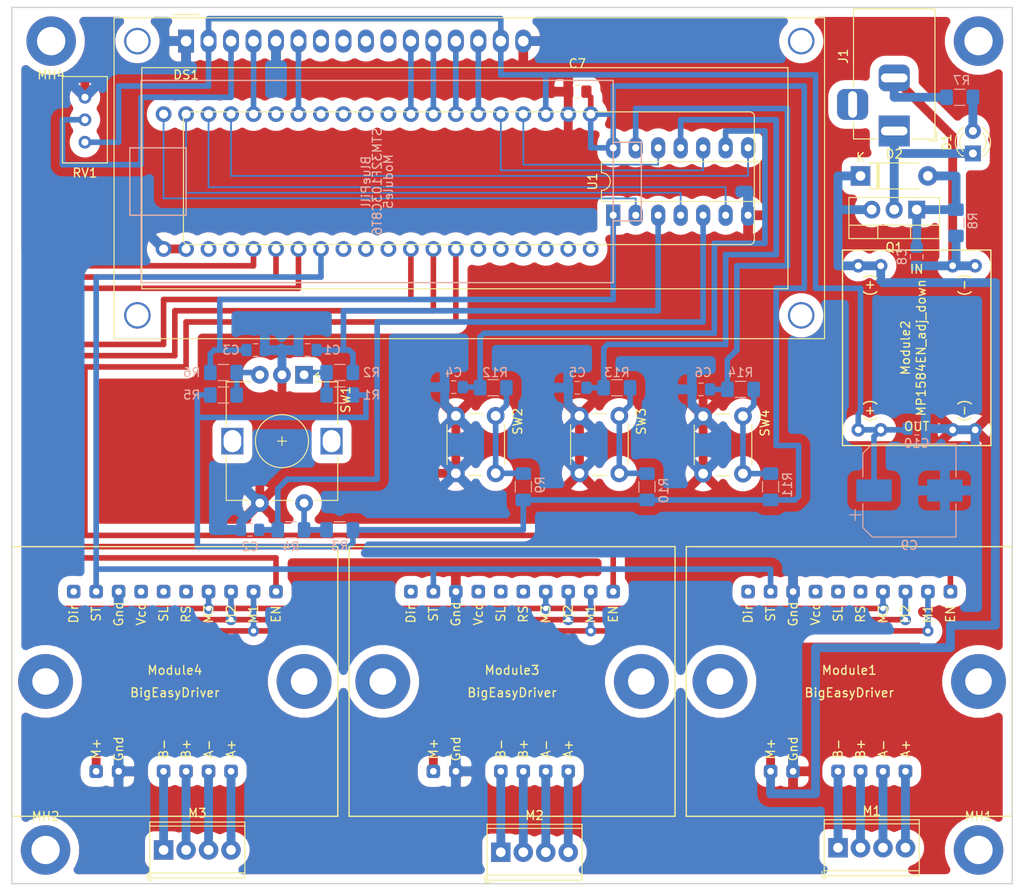
<source format=kicad_pcb>
(kicad_pcb (version 20171130) (host pcbnew "(5.1.6)-1")
  (layers (0 F.Cu signal) (31 B.Cu signal) (34 B.Paste user) (35 F.Paste user) (36 B.SilkS user) (37 F.SilkS user) (38 B.Mask user) (39 F.Mask user) (44 Edge.Cuts user))
  (net 0 "")
  (net 1 GND)
  (net 2 "Net-(C1-Pad1)")
  (net 3 "Net-(C2-Pad1)")
  (net 4 "Net-(C3-Pad1)")
  (net 5 "Net-(C5-Pad1)")
  (net 6 "Net-(C6-Pad1)")
  (net 7 +3V3)
  (net 8 "Net-(D1-Pad1)")
  (net 9 "Net-(D1-Pad2)")
  (net 10 +12V)
  (net 11 +5V)
  (net 12 "Net-(DS1-Pad3)")
  (net 13 LCD_RESET)
  (net 14 LCD_ENABLE)
  (net 15 LCD_D4)
  (net 16 LCD_D5)
  (net 17 LCD_D6)
  (net 18 LCD_D7)
  (net 19 "Net-(M1-Pad1)")
  (net 20 "Net-(M1-Pad2)")
  (net 21 "Net-(M1-Pad3)")
  (net 22 "Net-(M1-Pad4)")
  (net 23 "Net-(M2-Pad4)")
  (net 24 "Net-(M2-Pad3)")
  (net 25 "Net-(M2-Pad2)")
  (net 26 "Net-(M2-Pad1)")
  (net 27 "Net-(M3-Pad1)")
  (net 28 "Net-(M3-Pad2)")
  (net 29 "Net-(M3-Pad3)")
  (net 30 "Net-(M3-Pad4)")
  (net 31 STEP)
  (net 32 Microstep_Mode_3)
  (net 33 Microstep_Mode_2)
  (net 34 Microstep_Mode_1)
  (net 35 Motor_1_ON)
  (net 36 Motor_2_ON)
  (net 37 Motor_3_ON)
  (net 38 "Net-(R1-Pad1)")
  (net 39 "Net-(R3-Pad1)")
  (net 40 "Net-(R5-Pad2)")
  (net 41 "Net-(R12-Pad1)")
  (net 42 "Net-(R10-Pad1)")
  (net 43 "Net-(R11-Pad1)")
  (net 44 Motor_3_Switch)
  (net 45 Motor_1_Switch)
  (net 46 Motor_2_Switch)
  (net 47 "RPM(-)")
  (net 48 "RPM(+)")
  (net 49 SAVE)
  (net 50 "Net-(C4-Pad1)")
  (net 51 "Net-(C8-Pad1)")
  (net 52 "Net-(C8-Pad2)")
  (module Capacitor_SMD:C_0805_2012Metric_Pad1.15x1.40mm_HandSolder (layer B.Cu) (at 70.73 132.715 180)
    (fp_text reference C2 (at 0 -1.905 180) (layer B.SilkS) (effects (justify mirror)))
    (fp_text value 100n)
    (pad 1 smd roundrect (at -1.025 0 180) (size 1.15 1.4) (layers B.Cu B.Paste B.Mask) (roundrect_rratio 0.217391) (net 3 "Net-(C2-Pad1)"))
    (pad 2 smd roundrect (at 1.025 0 180) (size 1.15 1.4) (layers B.Cu B.Paste B.Mask) (roundrect_rratio 0.217391) (net 1 GND))
  )
  (module modules:MP1584_adj (layer F.Cu) (at 146.05 112.141 270)
    (fp_text reference Module2 (at 0 1.27 270) (layer F.SilkS))
    (fp_text value MP1584EN_adj_down (at 0 -0.5 270) (layer F.SilkS))
    (fp_text user IN (at -8.89 0) (layer F.SilkS))
    (fp_text user OUT (at 8.89 0) (layer F.SilkS))
    (fp_text user "(-)" (at -7.112 -5.334 270) (layer F.SilkS))
    (fp_text user "(-)" (at 7.112 -5.334 270) (layer F.SilkS))
    (fp_text user "(+)" (at -7.112 5.334 270) (layer F.SilkS))
    (fp_text user "(+)" (at 7.112 5.334 270) (layer F.SilkS))
    (pad 1 thru_hole circle (at -9.271 -6.604 270) (size 1.524 1.524) (drill 0.762) (layers *.Cu *.Mask) (net 52 "Net-(C8-Pad2)"))
    (pad 2 thru_hole circle (at -9.271 6.604 270) (size 1.524 1.524) (drill 0.762) (layers *.Cu *.Mask) (net 10 +12V))
    (pad 3 thru_hole circle (at 9.271 6.604 270) (size 1.524 1.524) (drill 0.762) (layers *.Cu *.Mask) (net 11 +5V))
    (pad 4 thru_hole circle (at 9.271 -6.604 270) (size 1.524 1.524) (drill 0.762) (layers *.Cu *.Mask) (net 1 GND))
    (pad 1 thru_hole circle (at -9.271 -4.064 270) (size 1.524 1.524) (drill 0.762) (layers *.Cu *.Mask) (net 52 "Net-(C8-Pad2)"))
    (pad 2 thru_hole circle (at -9.271 4.064 270) (size 1.524 1.524) (drill 0.762) (layers *.Cu *.Mask) (net 10 +12V))
    (pad 4 thru_hole circle (at 9.271 -4.064 270) (size 1.524 1.524) (drill 0.762) (layers *.Cu *.Mask) (net 1 GND))
    (pad 3 thru_hole circle (at 9.271 4.064 270) (size 1.524 1.524) (drill 0.762) (layers *.Cu *.Mask) (net 11 +5V))
  )
  (module Display:WC1602A (layer F.Cu) (at 63.5 77.47)
    (fp_text reference DS1 (at 0 3.81) (layer F.SilkS))
    (fp_text value WC1602A)
    (pad 1 thru_hole rect (at 0 0) (size 1.8 2.6) (drill 1.2) (layers *.Cu *.Mask) (net 1 GND))
    (pad 2 thru_hole oval (at 2.54 0) (size 1.8 2.6) (drill 1.2) (layers *.Cu *.Mask) (net 11 +5V))
    (pad 3 thru_hole oval (at 5.08 0) (size 1.8 2.6) (drill 1.2) (layers *.Cu *.Mask) (net 12 "Net-(DS1-Pad3)"))
    (pad 4 thru_hole oval (at 7.62 0) (size 1.8 2.6) (drill 1.2) (layers *.Cu *.Mask) (net 13 LCD_RESET))
    (pad 5 thru_hole oval (at 10.16 0) (size 1.8 2.6) (drill 1.2) (layers *.Cu *.Mask) (net 1 GND))
    (pad 6 thru_hole oval (at 12.7 0) (size 1.8 2.6) (drill 1.2) (layers *.Cu *.Mask) (net 14 LCD_ENABLE))
    (pad 7 thru_hole oval (at 15.24 0) (size 1.8 2.6) (drill 1.2) (layers *.Cu *.Mask))
    (pad 8 thru_hole oval (at 17.78 0) (size 1.8 2.6) (drill 1.2) (layers *.Cu *.Mask))
    (pad 9 thru_hole oval (at 20.32 0) (size 1.8 2.6) (drill 1.2) (layers *.Cu *.Mask))
    (pad 10 thru_hole oval (at 22.86 0) (size 1.8 2.6) (drill 1.2) (layers *.Cu *.Mask))
    (pad 11 thru_hole oval (at 25.4 0) (size 1.8 2.6) (drill 1.2) (layers *.Cu *.Mask) (net 15 LCD_D4))
    (pad 12 thru_hole oval (at 27.94 0) (size 1.8 2.6) (drill 1.2) (layers *.Cu *.Mask) (net 16 LCD_D5))
    (pad 13 thru_hole oval (at 30.48 0) (size 1.8 2.6) (drill 1.2) (layers *.Cu *.Mask) (net 17 LCD_D6))
    (pad 14 thru_hole oval (at 33.02 0) (size 1.8 2.6) (drill 1.2) (layers *.Cu *.Mask) (net 18 LCD_D7))
    (pad 15 thru_hole oval (at 35.56 0) (size 1.8 2.6) (drill 1.2) (layers *.Cu *.Mask) (net 11 +5V))
    (pad 16 thru_hole oval (at 38.1 0) (size 1.8 2.6) (drill 1.2) (layers *.Cu *.Mask) (net 1 GND))
    (pad "" thru_hole circle (at -5.4991 0) (size 3 3) (drill 2.5) (layers *.Cu *.Mask))
    (pad "" thru_hole circle (at -5.4991 31.0007) (size 3 3) (drill 2.5) (layers *.Cu *.Mask))
    (pad "" thru_hole circle (at 69.49948 31.0007) (size 3 3) (drill 2.5) (layers *.Cu *.Mask))
    (pad "" thru_hole circle (at 69.5 0) (size 3 3) (drill 2.5) (layers *.Cu *.Mask))
  )
  (module Connector_BarrelJack:BarrelJack_Horizontal (layer F.Cu) (at 143.51 87.63 270)
    (fp_text reference J1 (at -8.45 5.75 270) (layer F.SilkS))
    (fp_text value "Power In")
    (pad 1 thru_hole rect (at 0 0 270) (size 3.5 3.5) (drill oval 1 3) (layers *.Cu *.Mask) (net 8 "Net-(D1-Pad1)"))
    (pad 2 thru_hole roundrect (at -6 0 270) (size 3 3.5) (drill oval 1 3) (layers *.Cu *.Mask) (net 52 "Net-(C8-Pad2)"))
    (pad 3 thru_hole roundrect (at -3 4.7 270) (size 3.5 3.5) (drill oval 3 1) (layers *.Cu *.Mask))
  )
  (module Capacitor_SMD:C_0805_2012Metric_Pad1.15x1.40mm_HandSolder (layer B.Cu) (at 77.225 112.395 180)
    (fp_text reference C1 (at -2.785 0 180) (layer B.SilkS) (effects (justify mirror)))
    (fp_text value 100n)
    (pad 2 smd roundrect (at 1.025 0 180) (size 1.15 1.4) (layers B.Cu B.Paste B.Mask) (roundrect_rratio 0.217391) (net 1 GND))
    (pad 1 smd roundrect (at -1.025 0 180) (size 1.15 1.4) (layers B.Cu B.Paste B.Mask) (roundrect_rratio 0.217391) (net 2 "Net-(C1-Pad1)"))
  )
  (module Capacitor_SMD:C_0805_2012Metric_Pad1.15x1.40mm_HandSolder (layer B.Cu) (at 71.365 112.395)
    (fp_text reference C3 (at -2.785 0) (layer B.SilkS) (effects (justify mirror)))
    (fp_text value 100n)
    (pad 1 smd roundrect (at -1.025 0) (size 1.15 1.4) (layers B.Cu B.Paste B.Mask) (roundrect_rratio 0.217391) (net 4 "Net-(C3-Pad1)"))
    (pad 2 smd roundrect (at 1.025 0) (size 1.15 1.4) (layers B.Cu B.Paste B.Mask) (roundrect_rratio 0.217391) (net 1 GND))
  )
  (module Capacitor_SMD:C_0805_2012Metric_Pad1.15x1.40mm_HandSolder (layer B.Cu) (at 107.705 116.655 180)
    (fp_text reference C5 (at 0 1.72 180) (layer B.SilkS) (effects (justify mirror)))
    (fp_text value 100n)
    (pad 1 smd roundrect (at -1.025 0 180) (size 1.15 1.4) (layers B.Cu B.Paste B.Mask) (roundrect_rratio 0.217391) (net 5 "Net-(C5-Pad1)"))
    (pad 2 smd roundrect (at 1.025 0 180) (size 1.15 1.4) (layers B.Cu B.Paste B.Mask) (roundrect_rratio 0.217391) (net 1 GND))
  )
  (module Capacitor_SMD:C_0805_2012Metric_Pad1.15x1.40mm_HandSolder (layer B.Cu) (at 121.675 116.84 180)
    (fp_text reference C6 (at -0.245 1.905 180) (layer B.SilkS) (effects (justify mirror)))
    (fp_text value 100n)
    (pad 2 smd roundrect (at 1.025 0 180) (size 1.15 1.4) (layers B.Cu B.Paste B.Mask) (roundrect_rratio 0.217391) (net 1 GND))
    (pad 1 smd roundrect (at -1.025 0 180) (size 1.15 1.4) (layers B.Cu B.Paste B.Mask) (roundrect_rratio 0.217391) (net 6 "Net-(C6-Pad1)"))
  )
  (module Capacitor_SMD:C_0805_2012Metric_Pad1.15x1.40mm_HandSolder (layer F.Cu) (at 107.705 83.185 180)
    (fp_text reference C7 (at 0 3.175 180) (layer F.SilkS))
    (fp_text value 100n)
    (pad 2 smd roundrect (at 1.025 0 180) (size 1.15 1.4) (layers F.Cu F.Paste F.Mask) (roundrect_rratio 0.217391) (net 1 GND))
    (pad 1 smd roundrect (at -1.025 0 180) (size 1.15 1.4) (layers F.Cu F.Paste F.Mask) (roundrect_rratio 0.217391) (net 7 +3V3))
  )
  (module LED_THT:LED_D3.0mm_Clear (layer F.Cu) (at 152.4 90.17 90)
    (fp_text reference D1 (at 1.27 -2.96 90) (layer F.SilkS))
    (fp_text value Polarity)
    (pad 1 thru_hole rect (at 0 0 90) (size 1.8 1.8) (drill 0.9) (layers *.Cu *.Mask) (net 8 "Net-(D1-Pad1)"))
    (pad 2 thru_hole circle (at 2.54 0 90) (size 1.8 1.8) (drill 0.9) (layers *.Cu *.Mask) (net 9 "Net-(D1-Pad2)"))
  )
  (module TerminalBlock_Phoenix:TerminalBlock_Phoenix_MPT-0,5-4-2.54_1x04_P2.54mm_Horizontal (layer F.Cu) (at 137.16 168.656)
    (fp_text reference M1 (at 3.81 -4.16) (layer F.SilkS))
    (fp_text value Shaft_motor)
    (pad 1 thru_hole rect (at 0 0) (size 2.2 2.2) (drill 1.1) (layers *.Cu *.Mask) (net 19 "Net-(M1-Pad1)"))
    (pad 2 thru_hole circle (at 2.54 0) (size 2.2 2.2) (drill 1.1) (layers *.Cu *.Mask) (net 20 "Net-(M1-Pad2)"))
    (pad 3 thru_hole circle (at 5.08 0) (size 2.2 2.2) (drill 1.1) (layers *.Cu *.Mask) (net 21 "Net-(M1-Pad3)"))
    (pad 4 thru_hole circle (at 7.62 0) (size 2.2 2.2) (drill 1.1) (layers *.Cu *.Mask) (net 22 "Net-(M1-Pad4)"))
  )
  (module TerminalBlock_Phoenix:TerminalBlock_Phoenix_MPT-0,5-4-2.54_1x04_P2.54mm_Horizontal (layer F.Cu) (at 99.06 169.164)
    (fp_text reference M2 (at 3.81 -4.16) (layer F.SilkS))
    (fp_text value Shaft_motor)
    (pad 4 thru_hole circle (at 7.62 0) (size 2.2 2.2) (drill 1.1) (layers *.Cu *.Mask) (net 23 "Net-(M2-Pad4)"))
    (pad 3 thru_hole circle (at 5.08 0) (size 2.2 2.2) (drill 1.1) (layers *.Cu *.Mask) (net 24 "Net-(M2-Pad3)"))
    (pad 2 thru_hole circle (at 2.54 0) (size 2.2 2.2) (drill 1.1) (layers *.Cu *.Mask) (net 25 "Net-(M2-Pad2)"))
    (pad 1 thru_hole rect (at 0 0) (size 2.2 2.2) (drill 1.1) (layers *.Cu *.Mask) (net 26 "Net-(M2-Pad1)"))
  )
  (module TerminalBlock_Phoenix:TerminalBlock_Phoenix_MPT-0,5-4-2.54_1x04_P2.54mm_Horizontal (layer F.Cu) (at 60.96 168.91)
    (fp_text reference M3 (at 3.81 -4.16) (layer F.SilkS))
    (fp_text value Shaft_motor)
    (pad 1 thru_hole rect (at 0 0) (size 2.2 2.2) (drill 1.1) (layers *.Cu *.Mask) (net 27 "Net-(M3-Pad1)"))
    (pad 2 thru_hole circle (at 2.54 0) (size 2.2 2.2) (drill 1.1) (layers *.Cu *.Mask) (net 28 "Net-(M3-Pad2)"))
    (pad 3 thru_hole circle (at 5.08 0) (size 2.2 2.2) (drill 1.1) (layers *.Cu *.Mask) (net 29 "Net-(M3-Pad3)"))
    (pad 4 thru_hole circle (at 7.62 0) (size 2.2 2.2) (drill 1.1) (layers *.Cu *.Mask) (net 30 "Net-(M3-Pad4)"))
  )
  (module sparkfun_modules:BigEasyDriver_v1.6 (layer F.Cu) (at 138.43 149.86 180)
    (fp_text reference Module1 (at 0 1.27 180) (layer F.SilkS))
    (fp_text value BigEasyDriver (at 0 -1.27 180) (layer F.SilkS))
    (fp_text user Dir (at 11.43 7.62 270) (layer F.SilkS))
    (fp_text user ST (at 8.89 7.62 270) (layer F.SilkS))
    (fp_text user Gnd (at 6.35 7.62 270) (layer F.SilkS))
    (fp_text user Vcc (at 3.81 7.62 270) (layer F.SilkS))
    (fp_text user SL (at 1.27 7.62 270) (layer F.SilkS))
    (fp_text user RS (at -1.27 7.62 270) (layer F.SilkS))
    (fp_text user M3 (at -3.81 7.62 270) (layer F.SilkS))
    (fp_text user M2 (at -6.35 7.62 270) (layer F.SilkS))
    (fp_text user M1 (at -8.89 7.62 270) (layer F.SilkS))
    (fp_text user EN (at -11.43 7.62 270) (layer F.SilkS))
    (fp_text user M+ (at 8.89 -7.62 270) (layer F.SilkS))
    (fp_text user Gnd (at 6.35 -7.62 270) (layer F.SilkS))
    (fp_text user B- (at 1.27 -7.62 270) (layer F.SilkS))
    (fp_text user B+ (at -1.27 -7.62 270) (layer F.SilkS))
    (fp_text user A- (at -3.81 -7.62 270) (layer F.SilkS))
    (fp_text user A+ (at -6.35 -7.62 270) (layer F.SilkS))
    (pad "" np_thru_hole circle (at -14.605 0 180) (size 6.2 6.2) (drill 3) (layers *.Cu *.Mask))
    (pad "" np_thru_hole circle (at 14.605 0 180) (size 6.2 6.2) (drill 3) (layers *.Cu *.Mask))
    (pad 11 thru_hole roundrect (at 8.89 -10.16 180) (size 1.524 1.524) (drill 0.762) (layers *.Cu *.Mask) (net 10 +12V))
    (pad 12 thru_hole roundrect (at 6.35 -10.16 180) (size 1.524 1.524) (drill 0.762) (layers *.Cu *.Mask) (net 1 GND))
    (pad 13 thru_hole roundrect (at 1.27 -10.16 180) (size 1.524 1.524) (drill 0.762) (layers *.Cu *.Mask) (net 19 "Net-(M1-Pad1)"))
    (pad 14 thru_hole roundrect (at -1.27 -10.16 180) (size 1.524 1.524) (drill 0.762) (layers *.Cu *.Mask) (net 20 "Net-(M1-Pad2)"))
    (pad 15 thru_hole roundrect (at -3.81 -10.16 180) (size 1.524 1.524) (drill 0.762) (layers *.Cu *.Mask) (net 21 "Net-(M1-Pad3)"))
    (pad 16 thru_hole roundrect (at -6.35 -10.16 180) (size 1.524 1.524) (drill 0.762) (layers *.Cu *.Mask) (net 22 "Net-(M1-Pad4)"))
    (pad 10 thru_hole roundrect (at 11.43 10.16 180) (size 1.524 1.524) (drill 0.762) (layers *.Cu *.Mask))
    (pad 9 thru_hole roundrect (at 8.89 10.16 180) (size 1.524 1.524) (drill 0.762) (layers *.Cu *.Mask) (net 31 STEP))
    (pad 8 thru_hole roundrect (at 6.35 10.16 180) (size 1.524 1.524) (drill 0.762) (layers *.Cu *.Mask) (net 1 GND))
    (pad 7 thru_hole roundrect (at 3.81 10.16 180) (size 1.524 1.524) (drill 0.762) (layers *.Cu *.Mask))
    (pad 6 thru_hole roundrect (at 1.27 10.16 180) (size 1.524 1.524) (drill 0.762) (layers *.Cu *.Mask))
    (pad 5 thru_hole roundrect (at -1.27 10.16 180) (size 1.524 1.524) (drill 0.762) (layers *.Cu *.Mask))
    (pad 4 thru_hole roundrect (at -3.81 10.16 180) (size 1.524 1.524) (drill 0.762) (layers *.Cu *.Mask) (net 32 Microstep_Mode_3))
    (pad 3 thru_hole roundrect (at -6.35 10.16 180) (size 1.524 1.524) (drill 0.762) (layers *.Cu *.Mask) (net 33 Microstep_Mode_2))
    (pad 2 thru_hole roundrect (at -8.89 10.16 180) (size 1.524 1.524) (drill 0.762) (layers *.Cu *.Mask) (net 34 Microstep_Mode_1))
    (pad 1 thru_hole roundrect (at -11.43 10.16 180) (size 1.524 1.524) (drill 0.762) (layers *.Cu *.Mask) (net 37 Motor_3_ON))
  )
  (module sparkfun_modules:BigEasyDriver_v1.6 (layer F.Cu) (at 100.33 149.86 180)
    (fp_text reference Module3 (at 0 1.27 180) (layer F.SilkS))
    (fp_text value BigEasyDriver (at 0 -1.27 180) (layer F.SilkS))
    (fp_text user Dir (at 11.43 7.62 270) (layer F.SilkS))
    (fp_text user ST (at 8.89 7.62 270) (layer F.SilkS))
    (fp_text user Gnd (at 6.35 7.62 270) (layer F.SilkS))
    (fp_text user Vcc (at 3.81 7.62 270) (layer F.SilkS))
    (fp_text user SL (at 1.27 7.62 270) (layer F.SilkS))
    (fp_text user RS (at -1.27 7.62 270) (layer F.SilkS))
    (fp_text user M3 (at -3.81 7.62 270) (layer F.SilkS))
    (fp_text user M2 (at -6.35 7.62 270) (layer F.SilkS))
    (fp_text user M1 (at -8.89 7.62 270) (layer F.SilkS))
    (fp_text user EN (at -11.43 7.62 270) (layer F.SilkS))
    (fp_text user M+ (at 8.89 -7.62 270) (layer F.SilkS))
    (fp_text user Gnd (at 6.35 -7.62 270) (layer F.SilkS))
    (fp_text user B- (at 1.27 -7.62 270) (layer F.SilkS))
    (fp_text user B+ (at -1.27 -7.62 270) (layer F.SilkS))
    (fp_text user A- (at -3.81 -7.62 270) (layer F.SilkS))
    (fp_text user A+ (at -6.35 -7.62 270) (layer F.SilkS))
    (pad "" np_thru_hole circle (at -14.605 0 180) (size 6.2 6.2) (drill 3) (layers *.Cu *.Mask))
    (pad "" np_thru_hole circle (at 14.605 0 180) (size 6.2 6.2) (drill 3) (layers *.Cu *.Mask))
    (pad 11 thru_hole roundrect (at 8.89 -10.16 180) (size 1.524 1.524) (drill 0.762) (layers *.Cu *.Mask) (net 10 +12V))
    (pad 12 thru_hole roundrect (at 6.35 -10.16 180) (size 1.524 1.524) (drill 0.762) (layers *.Cu *.Mask) (net 1 GND))
    (pad 13 thru_hole roundrect (at 1.27 -10.16 180) (size 1.524 1.524) (drill 0.762) (layers *.Cu *.Mask) (net 26 "Net-(M2-Pad1)"))
    (pad 14 thru_hole roundrect (at -1.27 -10.16 180) (size 1.524 1.524) (drill 0.762) (layers *.Cu *.Mask) (net 25 "Net-(M2-Pad2)"))
    (pad 15 thru_hole roundrect (at -3.81 -10.16 180) (size 1.524 1.524) (drill 0.762) (layers *.Cu *.Mask) (net 24 "Net-(M2-Pad3)"))
    (pad 16 thru_hole roundrect (at -6.35 -10.16 180) (size 1.524 1.524) (drill 0.762) (layers *.Cu *.Mask) (net 23 "Net-(M2-Pad4)"))
    (pad 10 thru_hole roundrect (at 11.43 10.16 180) (size 1.524 1.524) (drill 0.762) (layers *.Cu *.Mask))
    (pad 9 thru_hole roundrect (at 8.89 10.16 180) (size 1.524 1.524) (drill 0.762) (layers *.Cu *.Mask) (net 31 STEP))
    (pad 8 thru_hole roundrect (at 6.35 10.16 180) (size 1.524 1.524) (drill 0.762) (layers *.Cu *.Mask) (net 1 GND))
    (pad 7 thru_hole roundrect (at 3.81 10.16 180) (size 1.524 1.524) (drill 0.762) (layers *.Cu *.Mask))
    (pad 6 thru_hole roundrect (at 1.27 10.16 180) (size 1.524 1.524) (drill 0.762) (layers *.Cu *.Mask))
    (pad 5 thru_hole roundrect (at -1.27 10.16 180) (size 1.524 1.524) (drill 0.762) (layers *.Cu *.Mask))
    (pad 4 thru_hole roundrect (at -3.81 10.16 180) (size 1.524 1.524) (drill 0.762) (layers *.Cu *.Mask) (net 32 Microstep_Mode_3))
    (pad 3 thru_hole roundrect (at -6.35 10.16 180) (size 1.524 1.524) (drill 0.762) (layers *.Cu *.Mask) (net 33 Microstep_Mode_2))
    (pad 2 thru_hole roundrect (at -8.89 10.16 180) (size 1.524 1.524) (drill 0.762) (layers *.Cu *.Mask) (net 34 Microstep_Mode_1))
    (pad 1 thru_hole roundrect (at -11.43 10.16 180) (size 1.524 1.524) (drill 0.762) (layers *.Cu *.Mask) (net 36 Motor_2_ON))
  )
  (module sparkfun_modules:BigEasyDriver_v1.6 (layer F.Cu) (at 62.23 149.86 180)
    (fp_text reference Module4 (at 0 1.27 180) (layer F.SilkS))
    (fp_text value BigEasyDriver (at 0 -1.27 180) (layer F.SilkS))
    (fp_text user A+ (at -6.35 -7.62 270) (layer F.SilkS))
    (fp_text user A- (at -3.81 -7.62 270) (layer F.SilkS))
    (fp_text user B+ (at -1.27 -7.62 270) (layer F.SilkS))
    (fp_text user B- (at 1.27 -7.62 270) (layer F.SilkS))
    (fp_text user Gnd (at 6.35 -7.62 270) (layer F.SilkS))
    (fp_text user M+ (at 8.89 -7.62 270) (layer F.SilkS))
    (fp_text user EN (at -11.43 7.62 270) (layer F.SilkS))
    (fp_text user M1 (at -8.89 7.62 270) (layer F.SilkS))
    (fp_text user M2 (at -6.35 7.62 270) (layer F.SilkS))
    (fp_text user M3 (at -3.81 7.62 270) (layer F.SilkS))
    (fp_text user RS (at -1.27 7.62 270) (layer F.SilkS))
    (fp_text user SL (at 1.27 7.62 270) (layer F.SilkS))
    (fp_text user Vcc (at 3.81 7.62 270) (layer F.SilkS))
    (fp_text user Gnd (at 6.35 7.62 270) (layer F.SilkS))
    (fp_text user ST (at 8.89 7.62 270) (layer F.SilkS))
    (fp_text user Dir (at 11.43 7.62 270) (layer F.SilkS))
    (pad 1 thru_hole roundrect (at -11.43 10.16 180) (size 1.524 1.524) (drill 0.762) (layers *.Cu *.Mask) (net 35 Motor_1_ON))
    (pad 2 thru_hole roundrect (at -8.89 10.16 180) (size 1.524 1.524) (drill 0.762) (layers *.Cu *.Mask) (net 34 Microstep_Mode_1))
    (pad 3 thru_hole roundrect (at -6.35 10.16 180) (size 1.524 1.524) (drill 0.762) (layers *.Cu *.Mask) (net 33 Microstep_Mode_2))
    (pad 4 thru_hole roundrect (at -3.81 10.16 180) (size 1.524 1.524) (drill 0.762) (layers *.Cu *.Mask) (net 32 Microstep_Mode_3))
    (pad 5 thru_hole roundrect (at -1.27 10.16 180) (size 1.524 1.524) (drill 0.762) (layers *.Cu *.Mask))
    (pad 6 thru_hole roundrect (at 1.27 10.16 180) (size 1.524 1.524) (drill 0.762) (layers *.Cu *.Mask))
    (pad 7 thru_hole roundrect (at 3.81 10.16 180) (size 1.524 1.524) (drill 0.762) (layers *.Cu *.Mask))
    (pad 8 thru_hole roundrect (at 6.35 10.16 180) (size 1.524 1.524) (drill 0.762) (layers *.Cu *.Mask) (net 1 GND))
    (pad 9 thru_hole roundrect (at 8.89 10.16 180) (size 1.524 1.524) (drill 0.762) (layers *.Cu *.Mask) (net 31 STEP))
    (pad 10 thru_hole roundrect (at 11.43 10.16 180) (size 1.524 1.524) (drill 0.762) (layers *.Cu *.Mask))
    (pad 16 thru_hole roundrect (at -6.35 -10.16 180) (size 1.524 1.524) (drill 0.762) (layers *.Cu *.Mask) (net 30 "Net-(M3-Pad4)"))
    (pad 15 thru_hole roundrect (at -3.81 -10.16 180) (size 1.524 1.524) (drill 0.762) (layers *.Cu *.Mask) (net 29 "Net-(M3-Pad3)"))
    (pad 14 thru_hole roundrect (at -1.27 -10.16 180) (size 1.524 1.524) (drill 0.762) (layers *.Cu *.Mask) (net 28 "Net-(M3-Pad2)"))
    (pad 13 thru_hole roundrect (at 1.27 -10.16 180) (size 1.524 1.524) (drill 0.762) (layers *.Cu *.Mask) (net 27 "Net-(M3-Pad1)"))
    (pad 12 thru_hole roundrect (at 6.35 -10.16 180) (size 1.524 1.524) (drill 0.762) (layers *.Cu *.Mask) (net 1 GND))
    (pad 11 thru_hole roundrect (at 8.89 -10.16 180) (size 1.524 1.524) (drill 0.762) (layers *.Cu *.Mask) (net 10 +12V))
    (pad "" np_thru_hole circle (at 14.605 0 180) (size 6.2 6.2) (drill 3) (layers *.Cu *.Mask))
    (pad "" np_thru_hole circle (at -14.605 0 180) (size 6.2 6.2) (drill 3) (layers *.Cu *.Mask))
  )
  (module Resistor_SMD:R_1206_3216Metric_Pad1.42x1.75mm_HandSolder (layer B.Cu) (at 80.8625 117.475)
    (fp_text reference R1 (at 3.5925 0) (layer B.SilkS) (effects (justify mirror)))
    (fp_text value 10K)
    (pad 2 smd roundrect (at 1.4875 0) (size 1.425 1.75) (layers B.Cu B.Paste B.Mask) (roundrect_rratio 0.175439) (net 7 +3V3))
    (pad 1 smd roundrect (at -1.4875 0) (size 1.425 1.75) (layers B.Cu B.Paste B.Mask) (roundrect_rratio 0.175439) (net 38 "Net-(R1-Pad1)"))
  )
  (module Resistor_SMD:R_1206_3216Metric_Pad1.42x1.75mm_HandSolder (layer B.Cu) (at 80.8625 114.935)
    (fp_text reference R2 (at 3.5925 0) (layer B.SilkS) (effects (justify mirror)))
    (fp_text value 4.7K)
    (pad 1 smd roundrect (at -1.4875 0) (size 1.425 1.75) (layers B.Cu B.Paste B.Mask) (roundrect_rratio 0.175439) (net 38 "Net-(R1-Pad1)"))
    (pad 2 smd roundrect (at 1.4875 0) (size 1.425 1.75) (layers B.Cu B.Paste B.Mask) (roundrect_rratio 0.175439) (net 2 "Net-(C1-Pad1)"))
  )
  (module Resistor_SMD:R_1206_3216Metric_Pad1.42x1.75mm_HandSolder (layer B.Cu) (at 80.8625 132.715)
    (fp_text reference R3 (at 0 1.82) (layer B.SilkS) (effects (justify mirror)))
    (fp_text value 10K)
    (pad 1 smd roundrect (at -1.4875 0) (size 1.425 1.75) (layers B.Cu B.Paste B.Mask) (roundrect_rratio 0.175439) (net 39 "Net-(R3-Pad1)"))
    (pad 2 smd roundrect (at 1.4875 0) (size 1.425 1.75) (layers B.Cu B.Paste B.Mask) (roundrect_rratio 0.175439) (net 7 +3V3))
  )
  (module Resistor_SMD:R_1206_3216Metric_Pad1.42x1.75mm_HandSolder (layer B.Cu) (at 75.3475 132.715 180)
    (fp_text reference R4 (at 0 -1.905 180) (layer B.SilkS) (effects (justify mirror)))
    (fp_text value 4.7K)
    (pad 2 smd roundrect (at 1.4875 0 180) (size 1.425 1.75) (layers B.Cu B.Paste B.Mask) (roundrect_rratio 0.175439) (net 3 "Net-(C2-Pad1)"))
    (pad 1 smd roundrect (at -1.4875 0 180) (size 1.425 1.75) (layers B.Cu B.Paste B.Mask) (roundrect_rratio 0.175439) (net 39 "Net-(R3-Pad1)"))
  )
  (module Resistor_SMD:R_1206_3216Metric_Pad1.42x1.75mm_HandSolder (layer B.Cu) (at 67.7275 117.475)
    (fp_text reference R5 (at -3.5925 0) (layer B.SilkS) (effects (justify mirror)))
    (fp_text value 10K)
    (pad 2 smd roundrect (at 1.4875 0) (size 1.425 1.75) (layers B.Cu B.Paste B.Mask) (roundrect_rratio 0.175439) (net 40 "Net-(R5-Pad2)"))
    (pad 1 smd roundrect (at -1.4875 0) (size 1.425 1.75) (layers B.Cu B.Paste B.Mask) (roundrect_rratio 0.175439) (net 7 +3V3))
  )
  (module Resistor_SMD:R_1206_3216Metric_Pad1.42x1.75mm_HandSolder (layer B.Cu) (at 67.7275 114.935 180)
    (fp_text reference R6 (at 3.5925 0 180) (layer B.SilkS) (effects (justify mirror)))
    (fp_text value 4.7K)
    (pad 1 smd roundrect (at -1.4875 0 180) (size 1.425 1.75) (layers B.Cu B.Paste B.Mask) (roundrect_rratio 0.175439) (net 40 "Net-(R5-Pad2)"))
    (pad 2 smd roundrect (at 1.4875 0 180) (size 1.425 1.75) (layers B.Cu B.Paste B.Mask) (roundrect_rratio 0.175439) (net 4 "Net-(C3-Pad1)"))
  )
  (module Resistor_SMD:R_1206_3216Metric_Pad1.42x1.75mm_HandSolder (layer B.Cu) (at 150.9125 83.82)
    (fp_text reference R7 (at 0.2175 -1.905 180) (layer B.SilkS) (effects (justify mirror)))
    (fp_text value 10K)
    (pad 2 smd roundrect (at 1.4875 0) (size 1.425 1.75) (layers B.Cu B.Paste B.Mask) (roundrect_rratio 0.175439) (net 9 "Net-(D1-Pad2)"))
    (pad 1 smd roundrect (at -1.4875 0) (size 1.425 1.75) (layers B.Cu B.Paste B.Mask) (roundrect_rratio 0.175439) (net 52 "Net-(C8-Pad2)"))
  )
  (module Resistor_SMD:R_1206_3216Metric_Pad1.42x1.75mm_HandSolder (layer B.Cu) (at 150.495 98.0075 270)
    (fp_text reference R8 (at -0.2175 -1.905 270) (layer B.SilkS) (effects (justify mirror)))
    (fp_text value 100K)
    (pad 2 smd roundrect (at 1.4875 0 270) (size 1.425 1.75) (layers B.Cu B.Paste B.Mask) (roundrect_rratio 0.175439) (net 52 "Net-(C8-Pad2)"))
    (pad 1 smd roundrect (at -1.4875 0 270) (size 1.425 1.75) (layers B.Cu B.Paste B.Mask) (roundrect_rratio 0.175439) (net 51 "Net-(C8-Pad1)"))
  )
  (module Resistor_SMD:R_1206_3216Metric_Pad1.42x1.75mm_HandSolder (layer B.Cu) (at 101.6 127.8525 270)
    (fp_text reference R9 (at -0.2175 -1.905 270) (layer B.SilkS) (effects (justify mirror)))
    (fp_text value 10K)
    (pad 1 smd roundrect (at -1.4875 0 270) (size 1.425 1.75) (layers B.Cu B.Paste B.Mask) (roundrect_rratio 0.175439) (net 41 "Net-(R12-Pad1)"))
    (pad 2 smd roundrect (at 1.4875 0 270) (size 1.425 1.75) (layers B.Cu B.Paste B.Mask) (roundrect_rratio 0.175439) (net 7 +3V3))
  )
  (module Resistor_SMD:R_1206_3216Metric_Pad1.42x1.75mm_HandSolder (layer B.Cu) (at 115.57 127.8525 270)
    (fp_text reference R10 (at 0.4175 -1.905 270) (layer B.SilkS) (effects (justify mirror)))
    (fp_text value 10K)
    (pad 1 smd roundrect (at -1.4875 0 270) (size 1.425 1.75) (layers B.Cu B.Paste B.Mask) (roundrect_rratio 0.175439) (net 42 "Net-(R10-Pad1)"))
    (pad 2 smd roundrect (at 1.4875 0 270) (size 1.425 1.75) (layers B.Cu B.Paste B.Mask) (roundrect_rratio 0.175439) (net 7 +3V3))
  )
  (module Resistor_SMD:R_1206_3216Metric_Pad1.42x1.75mm_HandSolder (layer B.Cu) (at 129.54 127.8525 270)
    (fp_text reference R11 (at -0.2175 -1.905 270) (layer B.SilkS) (effects (justify mirror)))
    (fp_text value 10K)
    (pad 1 smd roundrect (at -1.4875 0 270) (size 1.425 1.75) (layers B.Cu B.Paste B.Mask) (roundrect_rratio 0.175439) (net 43 "Net-(R11-Pad1)"))
    (pad 2 smd roundrect (at 1.4875 0 270) (size 1.425 1.75) (layers B.Cu B.Paste B.Mask) (roundrect_rratio 0.175439) (net 7 +3V3))
  )
  (module Resistor_SMD:R_1206_3216Metric_Pad1.42x1.75mm_HandSolder (layer B.Cu) (at 98.2075 116.655 180)
    (fp_text reference R12 (at -0.2175 1.72 180) (layer B.SilkS) (effects (justify mirror)))
    (fp_text value 4.7K)
    (pad 2 smd roundrect (at 1.4875 0 180) (size 1.425 1.75) (layers B.Cu B.Paste B.Mask) (roundrect_rratio 0.175439) (net 50 "Net-(C4-Pad1)"))
    (pad 1 smd roundrect (at -1.4875 0 180) (size 1.425 1.75) (layers B.Cu B.Paste B.Mask) (roundrect_rratio 0.175439) (net 41 "Net-(R12-Pad1)"))
  )
  (module Resistor_SMD:R_1206_3216Metric_Pad1.42x1.75mm_HandSolder (layer B.Cu) (at 112.1775 116.655 180)
    (fp_text reference R13 (at 0 1.72 180) (layer B.SilkS) (effects (justify mirror)))
    (fp_text value 4.7K)
    (pad 1 smd roundrect (at -1.4875 0 180) (size 1.425 1.75) (layers B.Cu B.Paste B.Mask) (roundrect_rratio 0.175439) (net 42 "Net-(R10-Pad1)"))
    (pad 2 smd roundrect (at 1.4875 0 180) (size 1.425 1.75) (layers B.Cu B.Paste B.Mask) (roundrect_rratio 0.175439) (net 5 "Net-(C5-Pad1)"))
  )
  (module Resistor_SMD:R_1206_3216Metric_Pad1.42x1.75mm_HandSolder (layer B.Cu) (at 126.1475 116.84 180)
    (fp_text reference R14 (at 0 1.905 180) (layer B.SilkS) (effects (justify mirror)))
    (fp_text value 4.7K)
    (pad 2 smd roundrect (at 1.4875 0 180) (size 1.425 1.75) (layers B.Cu B.Paste B.Mask) (roundrect_rratio 0.175439) (net 6 "Net-(C6-Pad1)"))
    (pad 1 smd roundrect (at -1.4875 0 180) (size 1.425 1.75) (layers B.Cu B.Paste B.Mask) (roundrect_rratio 0.175439) (net 43 "Net-(R11-Pad1)"))
  )
  (module Rotary_Encoder:RotaryEncoder_Alps_EC12E-Switch_Vertical_H20mm (layer F.Cu) (at 76.835 115.189824 270)
    (fp_text reference SW1 (at 2.8 -4.7 270) (layer F.SilkS))
    (fp_text value Rotary_Encoder_Switch)
    (pad S2 thru_hole circle (at 14.5 5 270) (size 2 2) (drill 1) (layers *.Cu *.Mask) (net 1 GND))
    (pad S1 thru_hole circle (at 14.5 0 270) (size 2 2) (drill 1) (layers *.Cu *.Mask) (net 39 "Net-(R3-Pad1)"))
    (pad MP thru_hole rect (at 7.5 8.1 270) (size 3 2.5) (drill oval 2.5 2) (layers *.Cu *.Mask))
    (pad MP thru_hole rect (at 7.5 -3.1 270) (size 3 2.5) (drill oval 2.5 2) (layers *.Cu *.Mask))
    (pad B thru_hole circle (at 0 5 270) (size 2 2) (drill 1) (layers *.Cu *.Mask) (net 40 "Net-(R5-Pad2)"))
    (pad C thru_hole circle (at 0 2.5 270) (size 2 2) (drill 1) (layers *.Cu *.Mask) (net 1 GND))
    (pad A thru_hole rect (at 0 0 270) (size 2 2) (drill 1) (layers *.Cu *.Mask) (net 38 "Net-(R1-Pad1)"))
  )
  (module Button_Switch_THT:SW_PUSH_6mm_H8.5mm (layer F.Cu) (at 93.98 126.33 90)
    (fp_text reference SW2 (at 5.865 6.985 90) (layer F.SilkS))
    (fp_text value SW_Push)
    (pad 1 thru_hole circle (at 6.5 0 180) (size 2 2) (drill 1.1) (layers *.Cu *.Mask) (net 1 GND))
    (pad 2 thru_hole circle (at 6.5 4.5 180) (size 2 2) (drill 1.1) (layers *.Cu *.Mask) (net 41 "Net-(R12-Pad1)"))
    (pad 1 thru_hole circle (at 0 0 180) (size 2 2) (drill 1.1) (layers *.Cu *.Mask) (net 1 GND))
    (pad 2 thru_hole circle (at 0 4.5 180) (size 2 2) (drill 1.1) (layers *.Cu *.Mask) (net 41 "Net-(R12-Pad1)"))
  )
  (module Button_Switch_THT:SW_PUSH_6mm_H8.5mm (layer F.Cu) (at 107.95 126.33 90)
    (fp_text reference SW3 (at 5.865 6.985 90) (layer F.SilkS))
    (fp_text value SW_Push)
    (pad 2 thru_hole circle (at 0 4.5 180) (size 2 2) (drill 1.1) (layers *.Cu *.Mask) (net 42 "Net-(R10-Pad1)"))
    (pad 1 thru_hole circle (at 0 0 180) (size 2 2) (drill 1.1) (layers *.Cu *.Mask) (net 1 GND))
    (pad 2 thru_hole circle (at 6.5 4.5 180) (size 2 2) (drill 1.1) (layers *.Cu *.Mask) (net 42 "Net-(R10-Pad1)"))
    (pad 1 thru_hole circle (at 6.5 0 180) (size 2 2) (drill 1.1) (layers *.Cu *.Mask) (net 1 GND))
  )
  (module Button_Switch_THT:SW_PUSH_6mm_H8.5mm (layer F.Cu) (at 121.92 126.365 90)
    (fp_text reference SW4 (at 5.715 6.985 90) (layer F.SilkS))
    (fp_text value SW_Push)
    (pad 2 thru_hole circle (at 0 4.5 180) (size 2 2) (drill 1.1) (layers *.Cu *.Mask) (net 43 "Net-(R11-Pad1)"))
    (pad 1 thru_hole circle (at 0 0 180) (size 2 2) (drill 1.1) (layers *.Cu *.Mask) (net 1 GND))
    (pad 2 thru_hole circle (at 6.5 4.5 180) (size 2 2) (drill 1.1) (layers *.Cu *.Mask) (net 43 "Net-(R11-Pad1)"))
    (pad 1 thru_hole circle (at 6.5 0 180) (size 2 2) (drill 1.1) (layers *.Cu *.Mask) (net 1 GND))
  )
  (module Package_DIP:DIP-14_W7.62mm_LongPads (layer F.Cu) (at 111.76 97.155 90)
    (fp_text reference U1 (at 3.81 -2.33 90) (layer F.SilkS))
    (fp_text value 74HC14)
    (pad 1 thru_hole rect (at 0 0 90) (size 2.4 1.6) (drill 0.8) (layers *.Cu *.Mask) (net 4 "Net-(C3-Pad1)"))
    (pad 8 thru_hole oval (at 7.62 15.24 90) (size 2.4 1.6) (drill 0.8) (layers *.Cu *.Mask) (net 45 Motor_1_Switch))
    (pad 2 thru_hole oval (at 0 2.54 90) (size 2.4 1.6) (drill 0.8) (layers *.Cu *.Mask) (net 48 "RPM(+)"))
    (pad 9 thru_hole oval (at 7.62 12.7 90) (size 2.4 1.6) (drill 0.8) (layers *.Cu *.Mask) (net 50 "Net-(C4-Pad1)"))
    (pad 3 thru_hole oval (at 0 5.08 90) (size 2.4 1.6) (drill 0.8) (layers *.Cu *.Mask) (net 2 "Net-(C1-Pad1)"))
    (pad 10 thru_hole oval (at 7.62 10.16 90) (size 2.4 1.6) (drill 0.8) (layers *.Cu *.Mask) (net 46 Motor_2_Switch))
    (pad 4 thru_hole oval (at 0 7.62 90) (size 2.4 1.6) (drill 0.8) (layers *.Cu *.Mask) (net 47 "RPM(-)"))
    (pad 11 thru_hole oval (at 7.62 7.62 90) (size 2.4 1.6) (drill 0.8) (layers *.Cu *.Mask) (net 5 "Net-(C5-Pad1)"))
    (pad 5 thru_hole oval (at 0 10.16 90) (size 2.4 1.6) (drill 0.8) (layers *.Cu *.Mask) (net 3 "Net-(C2-Pad1)"))
    (pad 12 thru_hole oval (at 7.62 5.08 90) (size 2.4 1.6) (drill 0.8) (layers *.Cu *.Mask) (net 44 Motor_3_Switch))
    (pad 6 thru_hole oval (at 0 12.7 90) (size 2.4 1.6) (drill 0.8) (layers *.Cu *.Mask) (net 49 SAVE))
    (pad 13 thru_hole oval (at 7.62 2.54 90) (size 2.4 1.6) (drill 0.8) (layers *.Cu *.Mask) (net 6 "Net-(C6-Pad1)"))
    (pad 7 thru_hole oval (at 0 15.24 90) (size 2.4 1.6) (drill 0.8) (layers *.Cu *.Mask) (net 1 GND))
    (pad 14 thru_hole oval (at 7.62 0 90) (size 2.4 1.6) (drill 0.8) (layers *.Cu *.Mask) (net 7 +3V3))
  )
  (module Diode_THT:D_DO-41_SOD81_P7.62mm_Horizontal (layer F.Cu) (at 139.7 92.71)
    (fp_text reference D2 (at 3.81 -2.47) (layer F.SilkS))
    (fp_text value 10V)
    (fp_text user K (at 0 -2.1) (layer F.SilkS))
    (pad 1 thru_hole rect (at 0 0) (size 2.2 2.2) (drill 1.1) (layers *.Cu *.Mask) (net 10 +12V))
    (pad 2 thru_hole oval (at 7.62 0) (size 2.2 2.2) (drill 1.1) (layers *.Cu *.Mask) (net 51 "Net-(C8-Pad1)"))
  )
  (module Potentiometer_THT:Potentiometer_Bourns_3386C_Horizontal (layer F.Cu) (at 52.07 88.9 180)
    (fp_text reference RV1 (at 0 -3.475 180) (layer F.SilkS))
    (fp_text value R_POT)
    (pad 3 thru_hole circle (at 0 5.08 180) (size 1.44 1.44) (drill 0.8) (layers *.Cu *.Mask) (net 1 GND))
    (pad 2 thru_hole circle (at 0 2.54 180) (size 1.44 1.44) (drill 0.8) (layers *.Cu *.Mask) (net 12 "Net-(DS1-Pad3)"))
    (pad 1 thru_hole circle (at 0 0 180) (size 1.44 1.44) (drill 0.8) (layers *.Cu *.Mask) (net 11 +5V))
  )
  (module Capacitor_SMD:C_0805_2012Metric_Pad1.15x1.40mm_HandSolder (layer B.Cu) (at 93.735 116.586 180)
    (fp_text reference C4 (at 0 1.65 180) (layer B.SilkS) (effects (justify mirror)))
    (fp_text value 100n)
    (pad 1 smd roundrect (at -1.025 0 180) (size 1.15 1.4) (layers B.Cu B.Paste B.Mask) (roundrect_rratio 0.217391) (net 50 "Net-(C4-Pad1)"))
    (pad 2 smd roundrect (at 1.025 0 180) (size 1.15 1.4) (layers B.Cu B.Paste B.Mask) (roundrect_rratio 0.217391) (net 1 GND))
  )
  (module MountingHole:MountingHole_3.2mm_M3_DIN965_Pad (layer F.Cu) (at 153.035 168.91)
    (fp_text reference MH1 (at 0 -3.8) (layer F.SilkS))
    (fp_text value MountingHole)
    (pad 1 thru_hole circle (at 0 0) (size 5.6 5.6) (drill 3.2) (layers *.Cu *.Mask))
  )
  (module MountingHole:MountingHole_3.2mm_M3_DIN965_Pad (layer F.Cu) (at 47.625 168.91)
    (fp_text reference MH2 (at 0 -3.8) (layer F.SilkS))
    (fp_text value MountingHole)
    (pad 1 thru_hole circle (at 0 0) (size 5.6 5.6) (drill 3.2) (layers *.Cu *.Mask))
  )
  (module MountingHole:MountingHole_3.2mm_M3_DIN965_Pad (layer F.Cu) (at 153.035 77.47 180)
    (fp_text reference MH3 hide)
    (fp_text value MountingHole hide)
    (pad 1 thru_hole circle (at 0 0 180) (size 5.6 5.6) (drill 3.2) (layers *.Cu *.Mask))
  )
  (module modules:BluePill (layer B.Cu) (at 85.09 93.345 270)
    (fp_text reference Module5 (at 0 -1.27 270) (layer B.SilkS) (effects (justify mirror)))
    (fp_text value BluePill (at 0 1.27 270) (layer B.SilkS) (effects (justify mirror)))
    (fp_text user STM32F103C8T6 (at 0 0 270) (layer B.SilkS) (effects (justify mirror)))
    (pad 1 thru_hole circle (at -7.62 24.13 270) (size 1.778 1.778) (drill 1.016) (layers *.Cu *.Mask) (net 48 "RPM(+)"))
    (pad 2 thru_hole circle (at -7.62 21.59 270) (size 1.778 1.778) (drill 1.016) (layers *.Cu *.Mask) (net 47 "RPM(-)"))
    (pad 3 thru_hole circle (at -7.62 19.05 270) (size 1.778 1.778) (drill 1.016) (layers *.Cu *.Mask) (net 49 SAVE))
    (pad 4 thru_hole circle (at -7.62 16.51 270) (size 1.778 1.778) (drill 1.016) (layers *.Cu *.Mask) (net 45 Motor_1_Switch))
    (pad 5 thru_hole circle (at -7.62 13.97 270) (size 1.778 1.778) (drill 1.016) (layers *.Cu *.Mask) (net 13 LCD_RESET))
    (pad 6 thru_hole circle (at -7.62 11.43 270) (size 1.778 1.778) (drill 1.016) (layers *.Cu *.Mask))
    (pad 7 thru_hole circle (at -7.62 8.89 270) (size 1.778 1.778) (drill 1.016) (layers *.Cu *.Mask) (net 14 LCD_ENABLE))
    (pad 8 thru_hole circle (at -7.62 6.35 270) (size 1.778 1.778) (drill 1.016) (layers *.Cu *.Mask))
    (pad 9 thru_hole circle (at -7.62 3.81 270) (size 1.778 1.778) (drill 1.016) (layers *.Cu *.Mask))
    (pad 10 thru_hole circle (at -7.62 1.27 270) (size 1.778 1.778) (drill 1.016) (layers *.Cu *.Mask))
    (pad 11 thru_hole circle (at -7.62 -1.27 270) (size 1.778 1.778) (drill 1.016) (layers *.Cu *.Mask))
    (pad 12 thru_hole circle (at -7.62 -3.81 270) (size 1.778 1.778) (drill 1.016) (layers *.Cu *.Mask) (net 15 LCD_D4))
    (pad 13 thru_hole circle (at -7.62 -6.35 270) (size 1.778 1.778) (drill 1.016) (layers *.Cu *.Mask) (net 16 LCD_D5))
    (pad 14 thru_hole circle (at -7.62 -8.89 270) (size 1.778 1.778) (drill 1.016) (layers *.Cu *.Mask) (net 17 LCD_D6))
    (pad 15 thru_hole circle (at -7.62 -11.43 270) (size 1.778 1.778) (drill 1.016) (layers *.Cu *.Mask) (net 18 LCD_D7))
    (pad 16 thru_hole circle (at -7.62 -13.97 270) (size 1.778 1.778) (drill 1.016) (layers *.Cu *.Mask) (net 46 Motor_2_Switch))
    (pad 17 thru_hole circle (at -7.62 -16.51 270) (size 1.778 1.778) (drill 1.016) (layers *.Cu *.Mask) (net 44 Motor_3_Switch))
    (pad 18 thru_hole circle (at -7.62 -19.05 270) (size 1.778 1.778) (drill 1.016) (layers *.Cu *.Mask) (net 11 +5V))
    (pad 19 thru_hole circle (at -7.62 -21.59 270) (size 1.778 1.778) (drill 1.016) (layers *.Cu *.Mask) (net 1 GND))
    (pad 20 thru_hole circle (at -7.62 -24.13 270) (size 1.778 1.778) (drill 1.016) (layers *.Cu *.Mask) (net 7 +3V3))
    (pad 21 thru_hole circle (at 7.62 -24.13 270) (size 1.778 1.778) (drill 1.016) (layers *.Cu *.Mask))
    (pad 22 thru_hole circle (at 7.62 -21.59 270) (size 1.778 1.778) (drill 1.016) (layers *.Cu *.Mask))
    (pad 23 thru_hole circle (at 7.62 -19.05 270) (size 1.778 1.778) (drill 1.016) (layers *.Cu *.Mask))
    (pad 25 thru_hole circle (at 7.62 -16.51 270) (size 1.778 1.778) (drill 1.016) (layers *.Cu *.Mask))
    (pad 24 thru_hole circle (at 7.62 -13.97 270) (size 1.778 1.778) (drill 1.016) (layers *.Cu *.Mask))
    (pad 26 thru_hole circle (at 7.62 -11.43 270) (size 1.778 1.778) (drill 1.016) (layers *.Cu *.Mask))
    (pad 27 thru_hole circle (at 7.62 -8.89 270) (size 1.778 1.778) (drill 1.016) (layers *.Cu *.Mask) (net 37 Motor_3_ON))
    (pad 28 thru_hole circle (at 7.62 -6.35 270) (size 1.778 1.778) (drill 1.016) (layers *.Cu *.Mask) (net 36 Motor_2_ON))
    (pad 29 thru_hole circle (at 7.62 -3.81 270) (size 1.778 1.778) (drill 1.016) (layers *.Cu *.Mask) (net 35 Motor_1_ON))
    (pad 30 thru_hole circle (at 7.62 -1.27 270) (size 1.778 1.778) (drill 1.016) (layers *.Cu *.Mask))
    (pad 31 thru_hole circle (at 7.62 1.27 270) (size 1.778 1.778) (drill 1.016) (layers *.Cu *.Mask))
    (pad 32 thru_hole circle (at 7.62 3.81 270) (size 1.778 1.778) (drill 1.016) (layers *.Cu *.Mask))
    (pad 33 thru_hole circle (at 7.62 6.35 270) (size 1.778 1.778) (drill 1.016) (layers *.Cu *.Mask) (net 31 STEP))
    (pad 34 thru_hole circle (at 7.62 8.89 270) (size 1.778 1.778) (drill 1.016) (layers *.Cu *.Mask) (net 32 Microstep_Mode_3))
    (pad 35 thru_hole circle (at 7.62 11.43 270) (size 1.778 1.778) (drill 1.016) (layers *.Cu *.Mask) (net 33 Microstep_Mode_2))
    (pad 36 thru_hole circle (at 7.62 13.97 270) (size 1.778 1.778) (drill 1.016) (layers *.Cu *.Mask) (net 34 Microstep_Mode_1))
    (pad 37 thru_hole circle (at 7.62 16.51 270) (size 1.778 1.778) (drill 1.016) (layers *.Cu *.Mask))
    (pad 38 thru_hole circle (at 7.62 19.05 270) (size 1.778 1.778) (drill 1.016) (layers *.Cu *.Mask))
    (pad 39 thru_hole circle (at 7.62 21.59 270) (size 1.778 1.778) (drill 1.016) (layers *.Cu *.Mask) (net 1 GND))
    (pad 40 thru_hole circle (at 7.62 24.13 270) (size 1.778 1.778) (drill 1.016) (layers *.Cu *.Mask) (net 1 GND))
  )
  (module MountingHole:MountingHole_3.2mm_M3_DIN965_Pad (layer F.Cu) (at 48.26 77.47 180)
    (fp_text reference MH4 (at 0 -3.8 180) (layer F.SilkS))
    (fp_text value MountingHole)
    (pad 1 thru_hole circle (at 0 0 180) (size 5.6 5.6) (drill 3.2) (layers *.Cu *.Mask))
  )
  (module Capacitor_SMD:C_0805_2012Metric_Pad1.15x1.40mm_HandSolder (layer B.Cu) (at 146.05 101.845 270)
    (fp_text reference C8 (at 0 1.65 270) (layer B.SilkS) (effects (justify mirror)))
    (fp_text value 100nF)
    (pad 1 smd roundrect (at -1.025 0 270) (size 1.15 1.4) (layers B.Cu B.Paste B.Mask) (roundrect_rratio 0.217391) (net 51 "Net-(C8-Pad1)"))
    (pad 2 smd roundrect (at 1.025 0 270) (size 1.15 1.4) (layers B.Cu B.Paste B.Mask) (roundrect_rratio 0.217391) (net 52 "Net-(C8-Pad2)"))
  )
  (module Package_TO_SOT_THT:TO-220-3_Vertical (layer F.Cu) (at 146.05 96.52 180)
    (fp_text reference Q1 (at 2.54 -4.27 180) (layer F.SilkS))
    (fp_text value IRF9540N)
    (pad 1 thru_hole rect (at 0 0 180) (size 1.905 2) (drill 1.1) (layers *.Cu *.Mask) (net 51 "Net-(C8-Pad1)"))
    (pad 2 thru_hole oval (at 2.54 0 180) (size 1.905 2) (drill 1.1) (layers *.Cu *.Mask) (net 8 "Net-(D1-Pad1)"))
    (pad 3 thru_hole oval (at 5.08 0 180) (size 1.905 2) (drill 1.1) (layers *.Cu *.Mask) (net 10 +12V))
  )
  (module Capacitor_SMD:CP_Elec_10x10 (layer B.Cu) (at 145.225 128.27)
    (fp_text reference C9 (at 0 6.2) (layer B.SilkS) (effects (justify mirror)))
    (fp_text value CP)
    (pad 1 smd rect (at -4 0) (size 4 2.5) (layers B.Cu B.Paste B.Mask) (net 11 +5V))
    (pad 2 smd rect (at 4 0) (size 4 2.5) (layers B.Cu B.Paste B.Mask) (net 1 GND))
  )
  (module Capacitor_SMD:C_0805_2012Metric_Pad1.15x1.40mm_HandSolder (layer B.Cu) (at 146.05 121.285)
    (fp_text reference C10 (at 0 1.65) (layer B.SilkS) (effects (justify mirror)))
    (fp_text value 100nF)
    (pad 1 smd roundrect (at -1.025 0) (size 1.15 1.4) (layers B.Cu B.Paste B.Mask) (roundrect_rratio 0.217391) (net 11 +5V))
    (pad 2 smd roundrect (at 1.025 0) (size 1.15 1.4) (layers B.Cu B.Paste B.Mask) (roundrect_rratio 0.217391) (net 1 GND))
  )
  (gr_line (start 43.815 172.72) (end 156.845 172.72) (layer Edge.Cuts) (width 0.15))
  (gr_line (start 156.845 73.66) (end 43.815 73.66) (layer Edge.Cuts) (width 0.15))
  (gr_line (start 156.845 172.72) (end 156.845 73.66) (layer Edge.Cuts) (width 0.15))
  (gr_line (start 43.815 73.66) (end 43.815 172.72) (layer Edge.Cuts) (width 0.15))
  (segment (start 55.88 160.02) (end 55.88 162.56) (width 1) (layer F.Cu) (net 1))
  (segment (start 132.08 162.56) (end 132.08 160.02) (width 1) (layer F.Cu) (net 1))
  (segment (start 93.98 160.02) (end 93.98 162.56) (width 1) (layer F.Cu) (net 1))
  (segment (start 55.88 162.56) (end 93.98 162.56) (width 1) (layer F.Cu) (net 1))
  (segment (start 93.98 162.56) (end 132.08 162.56) (width 1) (layer F.Cu) (net 1))
  (segment (start 55.88 160.02) (end 55.88 139.7) (width 1) (layer B.Cu) (net 1))
  (segment (start 93.98 160.02) (end 93.98 139.7) (width 1) (layer B.Cu) (net 1))
  (segment (start 106.68 118.56) (end 107.95 119.83) (width 1) (layer B.Cu) (net 1))
  (segment (start 106.68 116.655) (end 106.68 118.56) (width 1) (layer B.Cu) (net 1))
  (segment (start 120.65 118.595) (end 121.92 119.865) (width 1) (layer B.Cu) (net 1))
  (segment (start 120.65 116.84) (end 120.65 118.595) (width 1) (layer B.Cu) (net 1))
  (segment (start 92.71 118.56) (end 93.98 119.83) (width 1) (layer B.Cu) (net 1))
  (segment (start 92.71 116.586) (end 92.71 118.56) (width 1) (layer B.Cu) (net 1))
  (segment (start 52.07 83.82) (end 52.07 81.28) (width 1) (layer F.Cu) (net 1))
  (segment (start 63.5 77.47) (end 63.5 81.28) (width 1) (layer F.Cu) (net 1))
  (segment (start 52.07 81.28) (end 63.5 81.28) (width 1) (layer F.Cu) (net 1))
  (segment (start 73.66 77.47) (end 73.66 81.28) (width 1) (layer F.Cu) (net 1))
  (segment (start 63.5 81.28) (end 73.66 81.28) (width 1) (layer F.Cu) (net 1))
  (segment (start 101.6 77.47) (end 101.6 81.28) (width 1) (layer F.Cu) (net 1))
  (segment (start 73.66 81.28) (end 101.6 81.28) (width 1) (layer F.Cu) (net 1))
  (segment (start 101.6 81.28) (end 106.68 81.28) (width 1) (layer F.Cu) (net 1))
  (segment (start 152.654 121.412) (end 150.114 121.412) (width 1) (layer B.Cu) (net 1))
  (segment (start 132.08 160.02) (end 132.08 139.7) (width 1) (layer B.Cu) (net 1))
  (segment (start 132.08 139.7) (end 132.08 137.16) (width 1) (layer B.Cu) (net 1))
  (segment (start 132.08 137.16) (end 152.4 137.16) (width 1) (layer B.Cu) (net 1))
  (segment (start 152.4 137.16) (end 152.654 136.906) (width 1) (layer B.Cu) (net 1))
  (segment (start 74.335 112.435) (end 74.295 112.395) (width 1) (layer B.Cu) (net 1))
  (segment (start 74.335 115.189824) (end 74.335 112.435) (width 1) (layer B.Cu) (net 1))
  (segment (start 72.39 112.395) (end 74.295 112.395) (width 1) (layer B.Cu) (net 1))
  (segment (start 74.295 112.395) (end 76.2 112.395) (width 1) (layer B.Cu) (net 1))
  (segment (start 106.68 85.725) (end 106.68 83.185) (width 1) (layer F.Cu) (net 1))
  (segment (start 106.68 81.28) (end 106.68 83.185) (width 1) (layer F.Cu) (net 1))
  (segment (start 74.335 117.435) (end 74.335 115.189824) (width 1) (layer F.Cu) (net 1))
  (segment (start 71.835 119.935) (end 74.335 117.435) (width 1) (layer F.Cu) (net 1))
  (segment (start 69.705 131.819824) (end 71.835 129.689824) (width 1) (layer B.Cu) (net 1))
  (segment (start 69.705 132.715) (end 69.705 131.819824) (width 1) (layer B.Cu) (net 1))
  (segment (start 127 97.155) (end 127 93.345) (width 1) (layer F.Cu) (net 1))
  (segment (start 127 93.345) (end 106.68 93.345) (width 1) (layer F.Cu) (net 1))
  (segment (start 106.68 93.345) (end 106.68 85.725) (width 1) (layer F.Cu) (net 1))
  (segment (start 127 97.155) (end 127 99.355) (width 1) (layer F.Cu) (net 1))
  (segment (start 127 99.355) (end 127 105.41) (width 1) (layer F.Cu) (net 1))
  (segment (start 71.87 126.33) (end 71.835 126.365) (width 1) (layer F.Cu) (net 1))
  (segment (start 93.98 126.33) (end 71.87 126.33) (width 1) (layer F.Cu) (net 1))
  (segment (start 71.835 129.689824) (end 71.835 126.365) (width 1) (layer F.Cu) (net 1))
  (segment (start 71.835 126.365) (end 71.835 119.935) (width 1) (layer F.Cu) (net 1))
  (segment (start 93.98 123.19) (end 107.95 123.19) (width 1) (layer F.Cu) (net 1))
  (segment (start 107.95 123.19) (end 107.95 126.33) (width 1) (layer F.Cu) (net 1))
  (segment (start 107.95 119.83) (end 107.95 123.19) (width 1) (layer F.Cu) (net 1))
  (segment (start 93.98 123.19) (end 93.98 126.33) (width 1) (layer F.Cu) (net 1))
  (segment (start 93.98 119.83) (end 93.98 123.19) (width 1) (layer F.Cu) (net 1))
  (segment (start 107.95 123.19) (end 121.92 123.19) (width 1) (layer F.Cu) (net 1))
  (segment (start 121.92 119.865) (end 121.92 123.19) (width 1) (layer F.Cu) (net 1))
  (segment (start 121.92 123.19) (end 121.92 126.365) (width 1) (layer F.Cu) (net 1))
  (segment (start 121.92 123.19) (end 152.4 123.19) (width 1) (layer F.Cu) (net 1))
  (segment (start 152.654 122.936) (end 152.654 121.412) (width 1) (layer F.Cu) (net 1))
  (segment (start 152.4 123.19) (end 152.654 122.936) (width 1) (layer F.Cu) (net 1))
  (segment (start 121.92 119.865) (end 121.92 110.49) (width 1) (layer F.Cu) (net 1))
  (segment (start 121.92 110.49) (end 127 105.41) (width 1) (layer F.Cu) (net 1))
  (segment (start 152.225 128.27) (end 152.654 128.27) (width 1) (layer B.Cu) (net 1))
  (segment (start 149.225 128.27) (end 152.225 128.27) (width 1) (layer B.Cu) (net 1))
  (segment (start 152.654 136.906) (end 152.654 128.27) (width 1) (layer B.Cu) (net 1))
  (segment (start 152.654 128.27) (end 152.654 121.412) (width 1) (layer B.Cu) (net 1))
  (segment (start 149.987 121.285) (end 150.114 121.412) (width 1) (layer B.Cu) (net 1))
  (segment (start 147.075 121.285) (end 149.987 121.285) (width 1) (layer B.Cu) (net 1))
  (segment (start 60.96 100.965) (end 63.5 100.965) (width 1) (layer F.Cu) (net 1))
  (segment (start 82.35 114.935) (end 82.35 112.83) (width 0.635) (layer B.Cu) (net 2))
  (segment (start 82.35 112.83) (end 81.915 112.395) (width 0.635) (layer B.Cu) (net 2))
  (segment (start 116.84 97.155) (end 116.84 101.6) (width 0.635) (layer B.Cu) (net 2))
  (segment (start 81.28 112.395) (end 81.28 107.95) (width 0.635) (layer B.Cu) (net 2))
  (segment (start 81.28 112.395) (end 78.25 112.395) (width 0.635) (layer B.Cu) (net 2))
  (segment (start 81.915 112.395) (end 81.28 112.395) (width 0.635) (layer B.Cu) (net 2))
  (segment (start 81.28 107.95) (end 113.03 107.95) (width 0.635) (layer B.Cu) (net 2))
  (segment (start 113.03 107.95) (end 116.84 107.95) (width 0.635) (layer B.Cu) (net 2))
  (segment (start 116.84 107.95) (end 116.84 101.6) (width 0.635) (layer B.Cu) (net 2))
  (segment (start 73.86 132.715) (end 71.755 132.715) (width 0.635) (layer B.Cu) (net 3))
  (segment (start 121.92 101.6) (end 121.92 97.155) (width 0.635) (layer B.Cu) (net 3))
  (segment (start 73.86 128.07) (end 74.93 127) (width 0.635) (layer B.Cu) (net 3))
  (segment (start 74.93 127) (end 85.09 127) (width 0.635) (layer B.Cu) (net 3))
  (segment (start 73.86 132.715) (end 73.86 128.07) (width 0.635) (layer B.Cu) (net 3))
  (segment (start 85.09 127) (end 85.09 109.22) (width 0.635) (layer B.Cu) (net 3))
  (segment (start 85.09 109.22) (end 121.92 109.22) (width 0.635) (layer B.Cu) (net 3))
  (segment (start 121.92 109.22) (end 121.92 101.6) (width 0.635) (layer B.Cu) (net 3))
  (segment (start 66.24 114.935) (end 66.24 112.83) (width 0.635) (layer B.Cu) (net 4))
  (segment (start 66.24 112.83) (end 66.675 112.395) (width 0.635) (layer B.Cu) (net 4))
  (segment (start 67.31 112.395) (end 70.34 112.395) (width 0.635) (layer B.Cu) (net 4))
  (segment (start 66.675 112.395) (end 67.31 112.395) (width 0.635) (layer B.Cu) (net 4))
  (segment (start 67.31 106.68) (end 67.31 112.395) (width 0.635) (layer B.Cu) (net 4))
  (segment (start 111.76 97.155) (end 111.76 106.68) (width 0.635) (layer B.Cu) (net 4))
  (segment (start 111.76 106.68) (end 67.31 106.68) (width 0.635) (layer B.Cu) (net 4))
  (segment (start 108.73 116.655) (end 110.69 116.655) (width 0.635) (layer B.Cu) (net 5))
  (segment (start 130.175 86.36) (end 119.38 86.36) (width 0.635) (layer B.Cu) (net 5))
  (segment (start 110.69 112.195) (end 111.125 111.76) (width 0.635) (layer B.Cu) (net 5))
  (segment (start 111.125 111.76) (end 124.46 111.76) (width 0.635) (layer B.Cu) (net 5))
  (segment (start 110.69 116.655) (end 110.69 112.195) (width 0.635) (layer B.Cu) (net 5))
  (segment (start 124.46 101.6) (end 130.175 101.6) (width 0.635) (layer B.Cu) (net 5))
  (segment (start 119.38 86.36) (end 119.38 89.535) (width 0.635) (layer B.Cu) (net 5))
  (segment (start 124.46 111.76) (end 124.46 101.6) (width 0.635) (layer B.Cu) (net 5))
  (segment (start 130.175 101.6) (end 130.175 86.36) (width 0.635) (layer B.Cu) (net 5))
  (segment (start 122.7 116.84) (end 124.66 116.84) (width 0.635) (layer B.Cu) (net 6))
  (segment (start 114.3 87.7) (end 114.3 89.535) (width 0.635) (layer B.Cu) (net 6))
  (segment (start 124.66 113.465) (end 125.73 112.395) (width 0.635) (layer B.Cu) (net 6))
  (segment (start 124.66 116.84) (end 124.66 113.465) (width 0.635) (layer B.Cu) (net 6))
  (segment (start 114.3 85.09) (end 114.3 87.7) (width 0.635) (layer B.Cu) (net 6))
  (segment (start 125.73 112.395) (end 125.73 102.87) (width 0.635) (layer B.Cu) (net 6))
  (segment (start 125.73 102.87) (end 131.445 102.87) (width 0.635) (layer B.Cu) (net 6))
  (segment (start 131.445 102.87) (end 131.445 85.09) (width 0.635) (layer B.Cu) (net 6))
  (segment (start 131.445 85.09) (end 114.3 85.09) (width 0.635) (layer B.Cu) (net 6))
  (segment (start 109.22 85.725) (end 109.22 89.535) (width 0.635) (layer B.Cu) (net 7))
  (segment (start 109.22 85.725) (end 109.22 83.802) (width 0.635) (layer F.Cu) (net 7))
  (segment (start 111.76 89.535) (end 109.22 89.535) (width 0.635) (layer B.Cu) (net 7))
  (segment (start 101.6 129.34) (end 115.57 129.34) (width 0.635) (layer B.Cu) (net 7))
  (segment (start 115.57 129.34) (end 129.54 129.34) (width 0.635) (layer B.Cu) (net 7))
  (segment (start 82.35 132.715) (end 101.6 132.715) (width 0.635) (layer B.Cu) (net 7))
  (segment (start 101.6 132.715) (end 101.6 129.34) (width 0.635) (layer B.Cu) (net 7))
  (segment (start 66.24 117.475) (end 64.77 117.475) (width 0.635) (layer B.Cu) (net 7))
  (segment (start 64.77 134.62) (end 81.915 134.62) (width 0.635) (layer B.Cu) (net 7))
  (segment (start 82.35 134.185) (end 82.35 132.715) (width 0.635) (layer B.Cu) (net 7))
  (segment (start 81.915 134.62) (end 82.35 134.185) (width 0.635) (layer B.Cu) (net 7))
  (segment (start 83.82 120.015) (end 64.77 120.015) (width 0.635) (layer B.Cu) (net 7))
  (segment (start 83.82 117.475) (end 83.82 120.015) (width 0.635) (layer B.Cu) (net 7))
  (segment (start 82.35 117.475) (end 83.82 117.475) (width 0.635) (layer B.Cu) (net 7))
  (segment (start 64.77 117.475) (end 64.77 120.015) (width 0.635) (layer B.Cu) (net 7))
  (segment (start 64.77 120.015) (end 64.77 134.62) (width 0.635) (layer B.Cu) (net 7))
  (segment (start 111.76 85.725) (end 109.22 85.725) (width 0.635) (layer B.Cu) (net 7))
  (segment (start 111.76 89.535) (end 111.76 85.725) (width 0.635) (layer B.Cu) (net 7))
  (segment (start 132.28 129.34) (end 129.54 129.34) (width 0.635) (layer B.Cu) (net 7))
  (segment (start 132.715 128.905) (end 132.28 129.34) (width 0.635) (layer B.Cu) (net 7))
  (segment (start 132.715 123.19) (end 132.715 128.905) (width 0.635) (layer B.Cu) (net 7))
  (segment (start 111.76 82.55) (end 133.35 82.55) (width 0.635) (layer B.Cu) (net 7))
  (segment (start 111.76 85.725) (end 111.76 82.55) (width 0.635) (layer B.Cu) (net 7))
  (segment (start 133.35 82.55) (end 133.35 105.41) (width 0.635) (layer B.Cu) (net 7))
  (segment (start 133.35 105.41) (end 130.175 105.41) (width 0.635) (layer B.Cu) (net 7))
  (segment (start 130.175 105.41) (end 130.175 123.19) (width 0.635) (layer B.Cu) (net 7))
  (segment (start 130.175 123.19) (end 132.715 123.19) (width 0.635) (layer B.Cu) (net 7))
  (segment (start 152.4 90.17) (end 143.51 90.17) (width 1) (layer B.Cu) (net 8))
  (segment (start 143.51 96.52) (end 143.51 90.17) (width 1) (layer B.Cu) (net 8))
  (segment (start 143.51 90.17) (end 143.51 87.63) (width 1) (layer B.Cu) (net 8))
  (segment (start 152.4 83.82) (end 152.4 87.63) (width 1) (layer B.Cu) (net 9))
  (segment (start 53.34 160.02) (end 53.34 157.48) (width 1) (layer F.Cu) (net 10))
  (segment (start 129.54 157.48) (end 129.54 160.02) (width 1) (layer F.Cu) (net 10))
  (segment (start 91.44 160.02) (end 91.44 157.48) (width 1) (layer F.Cu) (net 10))
  (segment (start 53.34 157.48) (end 91.44 157.48) (width 1) (layer F.Cu) (net 10))
  (segment (start 91.44 157.48) (end 129.54 157.48) (width 1) (layer F.Cu) (net 10))
  (segment (start 139.446 102.87) (end 141.986 102.87) (width 1) (layer B.Cu) (net 10))
  (segment (start 140.97 96.52) (end 137.16 96.52) (width 1) (layer B.Cu) (net 10))
  (segment (start 137.16 96.52) (end 137.16 102.87) (width 1) (layer B.Cu) (net 10))
  (segment (start 137.16 102.87) (end 139.446 102.87) (width 1) (layer B.Cu) (net 10))
  (segment (start 139.7 92.71) (end 137.16 92.71) (width 1) (layer B.Cu) (net 10))
  (segment (start 137.16 92.71) (end 137.16 96.52) (width 1) (layer B.Cu) (net 10))
  (segment (start 141.986 104.521) (end 141.986 102.87) (width 1) (layer B.Cu) (net 10))
  (segment (start 154.94 104.775) (end 142.24 104.775) (width 1) (layer B.Cu) (net 10))
  (segment (start 154.94 143.51) (end 154.94 104.775) (width 1) (layer B.Cu) (net 10))
  (segment (start 129.54 162.56) (end 134.62 162.56) (width 1) (layer B.Cu) (net 10))
  (segment (start 142.24 104.775) (end 141.986 104.521) (width 1) (layer B.Cu) (net 10))
  (segment (start 134.62 162.56) (end 134.62 146.05) (width 1) (layer B.Cu) (net 10))
  (segment (start 134.62 146.05) (end 149.86 146.05) (width 1) (layer B.Cu) (net 10))
  (segment (start 149.86 146.05) (end 149.86 143.51) (width 1) (layer B.Cu) (net 10))
  (segment (start 129.54 160.02) (end 129.54 162.56) (width 1) (layer B.Cu) (net 10))
  (segment (start 149.86 143.51) (end 154.94 143.51) (width 1) (layer B.Cu) (net 10))
  (segment (start 99.06 74.93) (end 66.04 74.93) (width 0.635) (layer B.Cu) (net 11))
  (segment (start 99.06 77.47) (end 99.06 74.93) (width 0.635) (layer B.Cu) (net 11))
  (segment (start 66.04 77.47) (end 66.04 74.93) (width 0.635) (layer B.Cu) (net 11))
  (segment (start 66.04 80.01) (end 66.04 77.47) (width 0.635) (layer B.Cu) (net 11))
  (segment (start 66.04 82.55) (end 66.04 80.01) (width 0.635) (layer B.Cu) (net 11))
  (segment (start 55.88 82.55) (end 66.04 82.55) (width 0.635) (layer B.Cu) (net 11))
  (segment (start 52.07 88.9) (end 55.88 88.9) (width 0.635) (layer B.Cu) (net 11))
  (segment (start 55.88 88.9) (end 55.88 82.55) (width 0.635) (layer B.Cu) (net 11))
  (segment (start 139.446 121.412) (end 141.986 121.412) (width 0.635) (layer B.Cu) (net 11))
  (segment (start 104.14 81.28) (end 104.14 85.725) (width 0.635) (layer B.Cu) (net 11))
  (segment (start 99.06 77.47) (end 99.06 81.28) (width 0.635) (layer B.Cu) (net 11))
  (segment (start 99.06 81.28) (end 104.14 81.28) (width 0.635) (layer B.Cu) (net 11))
  (segment (start 104.14 81.28) (end 134.62 81.28) (width 0.635) (layer B.Cu) (net 11))
  (segment (start 134.62 81.28) (end 134.62 105.41) (width 0.635) (layer B.Cu) (net 11))
  (segment (start 134.62 105.41) (end 139.7 105.41) (width 0.635) (layer B.Cu) (net 11))
  (segment (start 139.7 105.41) (end 139.7 119.38) (width 0.635) (layer B.Cu) (net 11))
  (segment (start 139.446 119.634) (end 139.7 119.38) (width 0.635) (layer B.Cu) (net 11))
  (segment (start 139.446 121.412) (end 139.446 119.634) (width 0.635) (layer B.Cu) (net 11))
  (segment (start 141.225 122.173) (end 141.986 121.412) (width 0.635) (layer B.Cu) (net 11))
  (segment (start 141.225 128.27) (end 141.225 122.173) (width 0.635) (layer B.Cu) (net 11))
  (segment (start 144.898 121.412) (end 145.025 121.285) (width 0.635) (layer B.Cu) (net 11))
  (segment (start 141.986 121.412) (end 144.898 121.412) (width 0.635) (layer B.Cu) (net 11))
  (segment (start 68.58 77.47) (end 68.58 83.82) (width 0.635) (layer B.Cu) (net 12))
  (segment (start 68.58 83.82) (end 58.42 83.82) (width 0.635) (layer B.Cu) (net 12))
  (segment (start 58.42 83.82) (end 58.42 91.44) (width 0.635) (layer B.Cu) (net 12))
  (segment (start 58.42 91.44) (end 49.53 91.44) (width 0.635) (layer B.Cu) (net 12))
  (segment (start 49.53 91.44) (end 49.53 86.36) (width 0.635) (layer B.Cu) (net 12))
  (segment (start 49.53 86.36) (end 52.07 86.36) (width 0.635) (layer B.Cu) (net 12))
  (segment (start 71.12 77.47) (end 71.12 85.725) (width 0.635) (layer B.Cu) (net 13))
  (segment (start 76.2 77.47) (end 76.2 85.725) (width 0.635) (layer B.Cu) (net 14))
  (segment (start 88.9 77.47) (end 88.9 85.725) (width 0.635) (layer B.Cu) (net 15))
  (segment (start 91.44 77.47) (end 91.44 85.725) (width 0.635) (layer B.Cu) (net 16))
  (segment (start 93.98 77.47) (end 93.98 85.725) (width 0.635) (layer B.Cu) (net 17))
  (segment (start 96.52 77.47) (end 96.52 85.725) (width 0.635) (layer B.Cu) (net 18))
  (segment (start 137.16 160.02) (end 137.16 168.656) (width 1) (layer B.Cu) (net 19))
  (segment (start 139.7 160.02) (end 139.7 168.656) (width 1) (layer B.Cu) (net 20))
  (segment (start 142.24 160.02) (end 142.24 168.656) (width 1) (layer B.Cu) (net 21))
  (segment (start 144.78 160.02) (end 144.78 168.656) (width 1) (layer B.Cu) (net 22))
  (segment (start 106.68 160.02) (end 106.68 169.164) (width 1) (layer B.Cu) (net 23))
  (segment (start 104.14 160.02) (end 104.14 169.164) (width 1) (layer B.Cu) (net 24))
  (segment (start 101.6 160.02) (end 101.6 169.164) (width 1) (layer B.Cu) (net 25))
  (segment (start 99.06 160.02) (end 99.06 169.164) (width 1) (layer B.Cu) (net 26))
  (segment (start 60.96 160.02) (end 60.96 168.91) (width 1) (layer B.Cu) (net 27))
  (segment (start 63.5 160.02) (end 63.5 168.91) (width 1) (layer B.Cu) (net 28))
  (segment (start 66.04 160.02) (end 66.04 168.91) (width 1) (layer B.Cu) (net 29))
  (segment (start 68.58 160.02) (end 68.58 168.91) (width 1) (layer B.Cu) (net 30))
  (segment (start 53.34 139.7) (end 53.34 137.16) (width 0.635) (layer B.Cu) (net 31))
  (segment (start 53.34 137.16) (end 129.54 137.16) (width 0.635) (layer B.Cu) (net 31))
  (segment (start 129.54 137.16) (end 129.54 139.7) (width 0.635) (layer B.Cu) (net 31))
  (segment (start 91.44 139.7) (end 91.44 137.16) (width 0.635) (layer B.Cu) (net 31))
  (segment (start 78.74 100.965) (end 78.74 102.87) (width 0.635) (layer B.Cu) (net 31))
  (segment (start 78.74 102.87) (end 78.74 104.14) (width 0.635) (layer B.Cu) (net 31))
  (segment (start 78.74 104.14) (end 53.34 104.14) (width 0.635) (layer B.Cu) (net 31))
  (segment (start 53.34 104.14) (end 53.34 137.16) (width 0.635) (layer B.Cu) (net 31))
  (via (at 66.04 141.605) (size 1.25) (drill 0.6) (layers F.Cu B.Cu) (net 32))
  (segment (start 66.04 139.7) (end 66.04 141.605) (width 0.635) (layer B.Cu) (net 32))
  (segment (start 142.24 139.7) (end 142.24 141.605) (width 0.635) (layer B.Cu) (net 32))
  (via (at 142.24 141.605) (size 1.25) (drill 0.6) (layers F.Cu B.Cu) (net 32))
  (segment (start 66.04 141.605) (end 142.24 141.605) (width 0.635) (layer F.Cu) (net 32))
  (segment (start 104.14 139.7) (end 104.14 141.605) (width 0.635) (layer B.Cu) (net 32))
  (via (at 104.14 141.605) (size 1.25) (drill 0.6) (layers F.Cu B.Cu) (net 32))
  (segment (start 66.04 141.605) (end 48.26 141.605) (width 0.635) (layer F.Cu) (net 32))
  (segment (start 76.2 105.41) (end 76.2 100.965) (width 0.635) (layer F.Cu) (net 32))
  (segment (start 48.26 105.41) (end 76.2 105.41) (width 0.635) (layer F.Cu) (net 32))
  (segment (start 48.26 141.605) (end 48.26 105.41) (width 0.635) (layer F.Cu) (net 32))
  (via (at 68.58 142.875) (size 1.25) (drill 0.6) (layers F.Cu B.Cu) (net 33))
  (via (at 106.68 142.875) (size 1.25) (drill 0.6) (layers F.Cu B.Cu) (net 33))
  (via (at 144.78 142.875) (size 1.25) (drill 0.6) (layers F.Cu B.Cu) (net 33))
  (segment (start 68.58 142.875) (end 144.78 142.875) (width 0.635) (layer F.Cu) (net 33))
  (segment (start 68.58 139.7) (end 68.58 142.875) (width 0.635) (layer B.Cu) (net 33))
  (segment (start 106.68 139.7) (end 106.68 142.875) (width 0.635) (layer B.Cu) (net 33))
  (segment (start 144.78 139.7) (end 144.78 142.875) (width 0.635) (layer B.Cu) (net 33))
  (segment (start 68.58 142.875) (end 47.625 142.875) (width 0.635) (layer F.Cu) (net 33))
  (segment (start 47.625 142.875) (end 46.99 142.875) (width 0.635) (layer F.Cu) (net 33))
  (segment (start 46.99 142.875) (end 46.99 140.97) (width 0.635) (layer F.Cu) (net 33))
  (segment (start 73.66 100.965) (end 73.66 104.14) (width 0.635) (layer F.Cu) (net 33))
  (segment (start 73.66 104.14) (end 46.99 104.14) (width 0.635) (layer F.Cu) (net 33))
  (segment (start 46.99 104.14) (end 46.99 140.97) (width 0.635) (layer F.Cu) (net 33))
  (via (at 71.12 144.145) (size 1.25) (drill 0.6) (layers F.Cu B.Cu) (net 34))
  (via (at 109.22 144.145) (size 1.25) (drill 0.6) (layers F.Cu B.Cu) (net 34))
  (via (at 147.32 144.145) (size 1.25) (drill 0.6) (layers F.Cu B.Cu) (net 34))
  (segment (start 147.32 144.145) (end 71.12 144.145) (width 0.635) (layer F.Cu) (net 34))
  (segment (start 71.12 139.7) (end 71.12 144.145) (width 0.635) (layer B.Cu) (net 34))
  (segment (start 109.22 139.7) (end 109.22 144.145) (width 0.635) (layer B.Cu) (net 34))
  (segment (start 147.32 139.7) (end 147.32 144.145) (width 0.635) (layer B.Cu) (net 34))
  (segment (start 71.12 102.87) (end 71.12 100.965) (width 0.635) (layer F.Cu) (net 34))
  (segment (start 45.72 102.87) (end 71.12 102.87) (width 0.635) (layer F.Cu) (net 34))
  (segment (start 71.12 144.145) (end 45.72 144.145) (width 0.635) (layer F.Cu) (net 34))
  (segment (start 45.72 144.145) (end 45.72 102.87) (width 0.635) (layer F.Cu) (net 34))
  (segment (start 73.66 135.89) (end 49.53 135.89) (width 0.635) (layer F.Cu) (net 35))
  (segment (start 49.53 135.89) (end 49.53 111.76) (width 0.635) (layer F.Cu) (net 35))
  (segment (start 88.9 106.68) (end 88.9 100.965) (width 0.635) (layer F.Cu) (net 35))
  (segment (start 49.53 111.76) (end 60.96 111.76) (width 0.635) (layer F.Cu) (net 35))
  (segment (start 60.96 111.76) (end 60.96 106.68) (width 0.635) (layer F.Cu) (net 35))
  (segment (start 73.66 139.7) (end 73.66 135.89) (width 0.635) (layer F.Cu) (net 35))
  (segment (start 60.96 106.68) (end 88.9 106.68) (width 0.635) (layer F.Cu) (net 35))
  (segment (start 91.44 100.965) (end 91.44 107.95) (width 0.635) (layer F.Cu) (net 36))
  (segment (start 91.44 107.95) (end 62.23 107.95) (width 0.635) (layer F.Cu) (net 36))
  (segment (start 62.23 107.95) (end 62.23 113.03) (width 0.635) (layer F.Cu) (net 36))
  (segment (start 62.23 113.03) (end 50.8 113.03) (width 0.635) (layer F.Cu) (net 36))
  (segment (start 50.8 113.03) (end 50.8 134.62) (width 0.635) (layer F.Cu) (net 36))
  (segment (start 50.8 134.62) (end 111.76 134.62) (width 0.635) (layer F.Cu) (net 36))
  (segment (start 111.76 134.62) (end 111.76 139.7) (width 0.635) (layer F.Cu) (net 36))
  (segment (start 149.86 133.35) (end 149.86 139.7) (width 0.635) (layer F.Cu) (net 37))
  (segment (start 93.98 109.22) (end 63.5 109.22) (width 0.635) (layer F.Cu) (net 37))
  (segment (start 63.5 109.22) (end 63.5 114.3) (width 0.635) (layer F.Cu) (net 37))
  (segment (start 63.5 114.3) (end 52.07 114.3) (width 0.635) (layer F.Cu) (net 37))
  (segment (start 93.98 100.965) (end 93.98 109.22) (width 0.635) (layer F.Cu) (net 37))
  (segment (start 52.07 114.3) (end 52.07 133.35) (width 0.635) (layer F.Cu) (net 37))
  (segment (start 52.07 133.35) (end 149.86 133.35) (width 0.635) (layer F.Cu) (net 37))
  (segment (start 79.375 114.935) (end 79.375 117.475) (width 0.635) (layer B.Cu) (net 38))
  (segment (start 77.089824 114.935) (end 76.835 115.189824) (width 0.635) (layer B.Cu) (net 38))
  (segment (start 79.375 114.935) (end 77.089824 114.935) (width 0.635) (layer B.Cu) (net 38))
  (segment (start 76.835 129.689824) (end 76.835 132.715) (width 0.635) (layer B.Cu) (net 39))
  (segment (start 76.835 132.715) (end 79.375 132.715) (width 0.635) (layer B.Cu) (net 39))
  (segment (start 71.580176 114.935) (end 71.835 115.189824) (width 0.635) (layer B.Cu) (net 40))
  (segment (start 69.215 114.935) (end 71.580176 114.935) (width 0.635) (layer B.Cu) (net 40))
  (segment (start 69.215 114.935) (end 69.215 117.475) (width 0.635) (layer B.Cu) (net 40))
  (segment (start 99.695 118.615) (end 98.48 119.83) (width 0.635) (layer B.Cu) (net 41))
  (segment (start 99.695 116.655) (end 99.695 118.615) (width 0.635) (layer B.Cu) (net 41))
  (segment (start 98.48 119.83) (end 98.48 126.33) (width 0.635) (layer B.Cu) (net 41))
  (segment (start 101.565 126.33) (end 101.6 126.365) (width 0.635) (layer B.Cu) (net 41))
  (segment (start 98.48 126.33) (end 101.565 126.33) (width 0.635) (layer B.Cu) (net 41))
  (segment (start 113.665 118.615) (end 112.45 119.83) (width 0.635) (layer B.Cu) (net 42))
  (segment (start 113.665 116.655) (end 113.665 118.615) (width 0.635) (layer B.Cu) (net 42))
  (segment (start 112.45 121.244213) (end 112.45 126.33) (width 0.635) (layer B.Cu) (net 42))
  (segment (start 112.45 119.83) (end 112.45 121.244213) (width 0.635) (layer B.Cu) (net 42))
  (segment (start 115.535 126.33) (end 115.57 126.365) (width 0.635) (layer B.Cu) (net 42))
  (segment (start 112.45 126.33) (end 115.535 126.33) (width 0.635) (layer B.Cu) (net 42))
  (segment (start 127.635 118.65) (end 126.42 119.865) (width 0.635) (layer B.Cu) (net 43))
  (segment (start 127.635 116.84) (end 127.635 118.65) (width 0.635) (layer B.Cu) (net 43))
  (segment (start 126.42 126.365) (end 126.42 119.865) (width 0.635) (layer B.Cu) (net 43))
  (segment (start 126.42 126.365) (end 129.54 126.365) (width 0.635) (layer B.Cu) (net 43))
  (segment (start 116.84 91.44) (end 116.84 89.535) (width 0.2) (layer B.Cu) (net 44))
  (segment (start 101.6 85.725) (end 101.6 91.44) (width 0.2) (layer B.Cu) (net 44))
  (segment (start 101.6 91.44) (end 116.84 91.44) (width 0.2) (layer B.Cu) (net 44))
  (segment (start 127 92.71) (end 127 89.535) (width 0.2) (layer B.Cu) (net 45))
  (segment (start 68.58 85.725) (end 68.58 92.71) (width 0.2) (layer B.Cu) (net 45))
  (segment (start 68.58 92.71) (end 127 92.71) (width 0.2) (layer B.Cu) (net 45))
  (segment (start 121.92 92.075) (end 121.92 89.535) (width 0.2) (layer B.Cu) (net 46))
  (segment (start 99.06 85.725) (end 99.06 92.075) (width 0.2) (layer B.Cu) (net 46))
  (segment (start 99.06 92.075) (end 121.92 92.075) (width 0.2) (layer B.Cu) (net 46))
  (segment (start 119.38 94.615) (end 119.38 97.155) (width 0.2) (layer B.Cu) (net 47))
  (segment (start 63.5 85.725) (end 63.5 94.615) (width 0.2) (layer B.Cu) (net 47))
  (segment (start 63.5 94.615) (end 119.38 94.615) (width 0.2) (layer B.Cu) (net 47))
  (segment (start 114.3 95.25) (end 114.3 97.155) (width 0.2) (layer B.Cu) (net 48))
  (segment (start 60.96 85.725) (end 60.96 95.25) (width 0.2) (layer B.Cu) (net 48))
  (segment (start 60.96 95.25) (end 114.3 95.25) (width 0.2) (layer B.Cu) (net 48))
  (segment (start 124.46 93.98) (end 124.46 97.155) (width 0.2) (layer B.Cu) (net 49))
  (segment (start 66.04 85.725) (end 66.04 93.98) (width 0.2) (layer B.Cu) (net 49))
  (segment (start 66.04 93.98) (end 124.46 93.98) (width 0.2) (layer B.Cu) (net 49))
  (segment (start 96.651 116.586) (end 96.72 116.655) (width 0.635) (layer B.Cu) (net 50))
  (segment (start 94.76 116.586) (end 96.651 116.586) (width 0.635) (layer B.Cu) (net 50))
  (segment (start 124.46 87.63) (end 124.46 89.535) (width 0.635) (layer B.Cu) (net 50))
  (segment (start 128.905 87.63) (end 124.46 87.63) (width 0.635) (layer B.Cu) (net 50))
  (segment (start 96.72 110.925) (end 97.155 110.49) (width 0.635) (layer B.Cu) (net 50))
  (segment (start 97.155 110.49) (end 123.19 110.49) (width 0.635) (layer B.Cu) (net 50))
  (segment (start 123.19 110.49) (end 123.19 100.33) (width 0.635) (layer B.Cu) (net 50))
  (segment (start 96.72 116.655) (end 96.72 110.925) (width 0.635) (layer B.Cu) (net 50))
  (segment (start 123.19 100.33) (end 128.905 100.33) (width 0.635) (layer B.Cu) (net 50))
  (segment (start 128.905 100.33) (end 128.905 87.63) (width 0.635) (layer B.Cu) (net 50))
  (segment (start 146.05 96.52) (end 150.495 96.52) (width 1) (layer B.Cu) (net 51))
  (segment (start 147.32 92.71) (end 150.495 92.71) (width 1) (layer B.Cu) (net 51))
  (segment (start 150.495 92.71) (end 150.495 96.52) (width 1) (layer B.Cu) (net 51))
  (segment (start 146.05 100.82) (end 146.05 96.52) (width 1) (layer B.Cu) (net 51))
  (segment (start 150.114 102.87) (end 152.654 102.87) (width 1) (layer B.Cu) (net 52))
  (segment (start 146.05 102.87) (end 150.114 102.87) (width 1) (layer B.Cu) (net 52))
  (segment (start 150.495 102.489) (end 150.114 102.87) (width 1) (layer B.Cu) (net 52))
  (segment (start 150.495 99.495) (end 150.495 102.489) (width 1) (layer B.Cu) (net 52))
  (segment (start 150.114 88.234) (end 150.114 102.87) (width 1) (layer F.Cu) (net 52))
  (segment (start 143.51 81.63) (end 150.114 88.234) (width 1) (layer F.Cu) (net 52))
  (segment (start 149.425 83.82) (end 143.51 83.82) (width 1) (layer B.Cu) (net 52))
  (segment (start 143.51 83.82) (end 143.51 81.63) (width 1) (layer B.Cu) (net 52))
  (zone (net 1) (net_name GND) (layer F.Cu) (connect_pads (clearance 1)) (min_thickness 1) (fill yes (arc_segments 16) (thermal_gap 1) (thermal_bridge_width 1.1))
    (polygon (pts (xy 43.815 73.66) (xy 156.845 73.66) (xy 156.845 172.72) (xy 43.815 172.72)))
  )
  (zone (net 1) (net_name GND) (layer B.Cu) (connect_pads (clearance 1)) (min_thickness 1) (fill yes (arc_segments 16) (thermal_gap 1) (thermal_bridge_width 1.1))
    (polygon (pts (xy 43.815 73.66) (xy 156.845 73.66) (xy 156.845 172.72) (xy 43.815 172.72)))
  )
)
</source>
